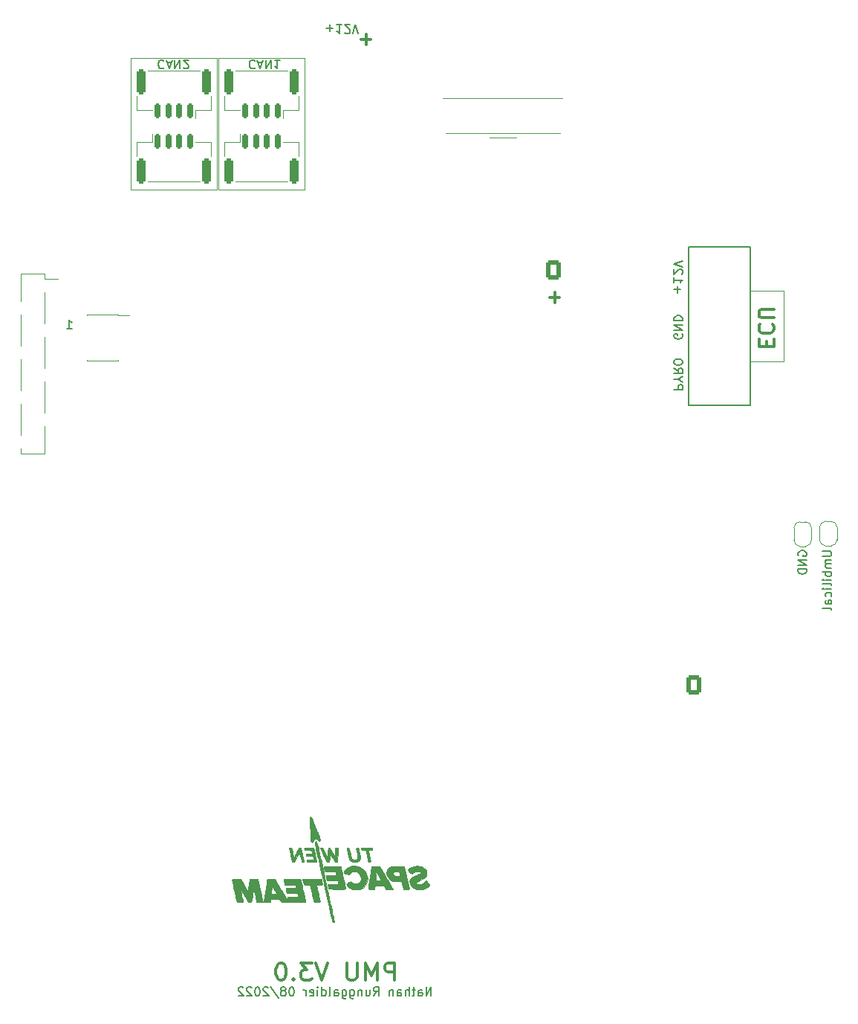
<source format=gbo>
G04 #@! TF.GenerationSoftware,KiCad,Pcbnew,(6.0.0)*
G04 #@! TF.CreationDate,2022-08-29T10:28:43+02:00*
G04 #@! TF.ProjectId,uHoubolt_PCB_PMU,75486f75-626f-46c7-945f-5043425f504d,rev?*
G04 #@! TF.SameCoordinates,Original*
G04 #@! TF.FileFunction,Legend,Bot*
G04 #@! TF.FilePolarity,Positive*
%FSLAX46Y46*%
G04 Gerber Fmt 4.6, Leading zero omitted, Abs format (unit mm)*
G04 Created by KiCad (PCBNEW (6.0.0)) date 2022-08-29 10:28:43*
%MOMM*%
%LPD*%
G01*
G04 APERTURE LIST*
G04 Aperture macros list*
%AMRoundRect*
0 Rectangle with rounded corners*
0 $1 Rounding radius*
0 $2 $3 $4 $5 $6 $7 $8 $9 X,Y pos of 4 corners*
0 Add a 4 corners polygon primitive as box body*
4,1,4,$2,$3,$4,$5,$6,$7,$8,$9,$2,$3,0*
0 Add four circle primitives for the rounded corners*
1,1,$1+$1,$2,$3*
1,1,$1+$1,$4,$5*
1,1,$1+$1,$6,$7*
1,1,$1+$1,$8,$9*
0 Add four rect primitives between the rounded corners*
20,1,$1+$1,$2,$3,$4,$5,0*
20,1,$1+$1,$4,$5,$6,$7,0*
20,1,$1+$1,$6,$7,$8,$9,0*
20,1,$1+$1,$8,$9,$2,$3,0*%
%AMFreePoly0*
4,1,23,0.945671,0.830970,1.026777,0.776777,1.080970,0.695671,1.100000,0.600000,1.100000,-0.600000,1.080970,-0.695671,1.026777,-0.776777,0.945671,-0.830970,0.850000,-0.850000,-0.450000,-0.850000,-0.545671,-0.830970,-0.626777,-0.776777,-0.626779,-0.776774,-1.026777,-0.376777,-1.080970,-0.295671,-1.100000,-0.200000,-1.100000,0.600000,-1.080970,0.695671,-1.026777,0.776777,-0.945671,0.830970,
-0.850000,0.850000,0.850000,0.850000,0.945671,0.830970,0.945671,0.830970,$1*%
%AMFreePoly1*
4,1,22,0.500000,-0.750000,0.000000,-0.750000,0.000000,-0.745033,-0.079941,-0.743568,-0.215256,-0.701293,-0.333266,-0.622738,-0.424486,-0.514219,-0.481581,-0.384460,-0.499164,-0.250000,-0.500000,-0.250000,-0.500000,0.250000,-0.499164,0.250000,-0.499963,0.256109,-0.478152,0.396186,-0.417904,0.524511,-0.324060,0.630769,-0.204165,0.706417,-0.067858,0.745374,0.000000,0.744959,0.000000,0.750000,
0.500000,0.750000,0.500000,-0.750000,0.500000,-0.750000,$1*%
%AMFreePoly2*
4,1,20,0.000000,0.744959,0.073905,0.744508,0.209726,0.703889,0.328688,0.626782,0.421226,0.519385,0.479903,0.390333,0.500000,0.250000,0.500000,-0.250000,0.499851,-0.262216,0.476331,-0.402017,0.414519,-0.529596,0.319384,-0.634700,0.198574,-0.708877,0.061801,-0.746166,0.000000,-0.745033,0.000000,-0.750000,-0.500000,-0.750000,-0.500000,0.750000,0.000000,0.750000,0.000000,0.744959,
0.000000,0.744959,$1*%
G04 Aperture macros list end*
%ADD10C,0.120000*%
%ADD11C,0.200000*%
%ADD12C,0.300000*%
%ADD13C,0.010000*%
%ADD14C,0.150000*%
%ADD15C,1.300000*%
%ADD16RoundRect,0.250000X0.600000X-0.850000X0.600000X0.850000X-0.600000X0.850000X-0.600000X-0.850000X0*%
%ADD17O,1.700000X2.200000*%
%ADD18C,2.000000*%
%ADD19C,2.500000*%
%ADD20C,6.400000*%
%ADD21C,0.800000*%
%ADD22C,3.000000*%
%ADD23FreePoly0,180.000000*%
%ADD24O,2.200000X1.700000*%
%ADD25FreePoly0,90.000000*%
%ADD26RoundRect,0.150000X0.150000X0.700000X-0.150000X0.700000X-0.150000X-0.700000X0.150000X-0.700000X0*%
%ADD27RoundRect,0.250000X0.250000X1.150000X-0.250000X1.150000X-0.250000X-1.150000X0.250000X-1.150000X0*%
%ADD28RoundRect,0.150000X-0.150000X-0.700000X0.150000X-0.700000X0.150000X0.700000X-0.150000X0.700000X0*%
%ADD29RoundRect,0.250000X-0.250000X-1.150000X0.250000X-1.150000X0.250000X1.150000X-0.250000X1.150000X0*%
%ADD30FreePoly1,270.000000*%
%ADD31FreePoly2,270.000000*%
%ADD32R,2.400000X0.740000*%
%ADD33R,2.510000X1.000000*%
%ADD34R,1.270000X2.540000*%
%ADD35R,3.430000X1.650000*%
G04 APERTURE END LIST*
D10*
X117300000Y-60700000D02*
X127100000Y-60700000D01*
X127100000Y-60700000D02*
X127100000Y-45700000D01*
X127100000Y-45700000D02*
X117300000Y-45700000D01*
X117300000Y-45700000D02*
X117300000Y-60700000D01*
X137100000Y-60700000D02*
X127300000Y-60700000D01*
X127300000Y-60700000D02*
X127300000Y-45700000D01*
X127300000Y-45700000D02*
X137100000Y-45700000D01*
X137100000Y-45700000D02*
X137100000Y-60700000D01*
D11*
X139568095Y-42328571D02*
X140330000Y-42328571D01*
X139949047Y-41947619D02*
X139949047Y-42709523D01*
X141330000Y-41947619D02*
X140758571Y-41947619D01*
X141044285Y-41947619D02*
X141044285Y-42947619D01*
X140949047Y-42804761D01*
X140853809Y-42709523D01*
X140758571Y-42661904D01*
X141710952Y-42852380D02*
X141758571Y-42900000D01*
X141853809Y-42947619D01*
X142091904Y-42947619D01*
X142187142Y-42900000D01*
X142234761Y-42852380D01*
X142282380Y-42757142D01*
X142282380Y-42661904D01*
X142234761Y-42519047D01*
X141663333Y-41947619D01*
X142282380Y-41947619D01*
X142568095Y-42947619D02*
X142901428Y-41947619D01*
X143234761Y-42947619D01*
X110004495Y-76576180D02*
X110575923Y-76576180D01*
X110290209Y-76576180D02*
X110290209Y-75576180D01*
X110385447Y-75719038D01*
X110480685Y-75814276D01*
X110575923Y-75861895D01*
X151531904Y-152502380D02*
X151531904Y-151502380D01*
X150960476Y-152502380D01*
X150960476Y-151502380D01*
X150055714Y-152502380D02*
X150055714Y-151978571D01*
X150103333Y-151883333D01*
X150198571Y-151835714D01*
X150389047Y-151835714D01*
X150484285Y-151883333D01*
X150055714Y-152454761D02*
X150150952Y-152502380D01*
X150389047Y-152502380D01*
X150484285Y-152454761D01*
X150531904Y-152359523D01*
X150531904Y-152264285D01*
X150484285Y-152169047D01*
X150389047Y-152121428D01*
X150150952Y-152121428D01*
X150055714Y-152073809D01*
X149722380Y-151835714D02*
X149341428Y-151835714D01*
X149579523Y-151502380D02*
X149579523Y-152359523D01*
X149531904Y-152454761D01*
X149436666Y-152502380D01*
X149341428Y-152502380D01*
X149008095Y-152502380D02*
X149008095Y-151502380D01*
X148579523Y-152502380D02*
X148579523Y-151978571D01*
X148627142Y-151883333D01*
X148722380Y-151835714D01*
X148865238Y-151835714D01*
X148960476Y-151883333D01*
X149008095Y-151930952D01*
X147674761Y-152502380D02*
X147674761Y-151978571D01*
X147722380Y-151883333D01*
X147817619Y-151835714D01*
X148008095Y-151835714D01*
X148103333Y-151883333D01*
X147674761Y-152454761D02*
X147770000Y-152502380D01*
X148008095Y-152502380D01*
X148103333Y-152454761D01*
X148150952Y-152359523D01*
X148150952Y-152264285D01*
X148103333Y-152169047D01*
X148008095Y-152121428D01*
X147770000Y-152121428D01*
X147674761Y-152073809D01*
X147198571Y-151835714D02*
X147198571Y-152502380D01*
X147198571Y-151930952D02*
X147150952Y-151883333D01*
X147055714Y-151835714D01*
X146912857Y-151835714D01*
X146817619Y-151883333D01*
X146770000Y-151978571D01*
X146770000Y-152502380D01*
X144960476Y-152502380D02*
X145293809Y-152026190D01*
X145531904Y-152502380D02*
X145531904Y-151502380D01*
X145150952Y-151502380D01*
X145055714Y-151550000D01*
X145008095Y-151597619D01*
X144960476Y-151692857D01*
X144960476Y-151835714D01*
X145008095Y-151930952D01*
X145055714Y-151978571D01*
X145150952Y-152026190D01*
X145531904Y-152026190D01*
X144103333Y-151835714D02*
X144103333Y-152502380D01*
X144531904Y-151835714D02*
X144531904Y-152359523D01*
X144484285Y-152454761D01*
X144389047Y-152502380D01*
X144246190Y-152502380D01*
X144150952Y-152454761D01*
X144103333Y-152407142D01*
X143627142Y-151835714D02*
X143627142Y-152502380D01*
X143627142Y-151930952D02*
X143579523Y-151883333D01*
X143484285Y-151835714D01*
X143341428Y-151835714D01*
X143246190Y-151883333D01*
X143198571Y-151978571D01*
X143198571Y-152502380D01*
X142293809Y-151835714D02*
X142293809Y-152645238D01*
X142341428Y-152740476D01*
X142389047Y-152788095D01*
X142484285Y-152835714D01*
X142627142Y-152835714D01*
X142722380Y-152788095D01*
X142293809Y-152454761D02*
X142389047Y-152502380D01*
X142579523Y-152502380D01*
X142674761Y-152454761D01*
X142722380Y-152407142D01*
X142770000Y-152311904D01*
X142770000Y-152026190D01*
X142722380Y-151930952D01*
X142674761Y-151883333D01*
X142579523Y-151835714D01*
X142389047Y-151835714D01*
X142293809Y-151883333D01*
X141389047Y-151835714D02*
X141389047Y-152645238D01*
X141436666Y-152740476D01*
X141484285Y-152788095D01*
X141579523Y-152835714D01*
X141722380Y-152835714D01*
X141817619Y-152788095D01*
X141389047Y-152454761D02*
X141484285Y-152502380D01*
X141674761Y-152502380D01*
X141770000Y-152454761D01*
X141817619Y-152407142D01*
X141865238Y-152311904D01*
X141865238Y-152026190D01*
X141817619Y-151930952D01*
X141770000Y-151883333D01*
X141674761Y-151835714D01*
X141484285Y-151835714D01*
X141389047Y-151883333D01*
X140484285Y-152502380D02*
X140484285Y-151978571D01*
X140531904Y-151883333D01*
X140627142Y-151835714D01*
X140817619Y-151835714D01*
X140912857Y-151883333D01*
X140484285Y-152454761D02*
X140579523Y-152502380D01*
X140817619Y-152502380D01*
X140912857Y-152454761D01*
X140960476Y-152359523D01*
X140960476Y-152264285D01*
X140912857Y-152169047D01*
X140817619Y-152121428D01*
X140579523Y-152121428D01*
X140484285Y-152073809D01*
X139865238Y-152502380D02*
X139960476Y-152454761D01*
X140008095Y-152359523D01*
X140008095Y-151502380D01*
X139055714Y-152502380D02*
X139055714Y-151502380D01*
X139055714Y-152454761D02*
X139150952Y-152502380D01*
X139341428Y-152502380D01*
X139436666Y-152454761D01*
X139484285Y-152407142D01*
X139531904Y-152311904D01*
X139531904Y-152026190D01*
X139484285Y-151930952D01*
X139436666Y-151883333D01*
X139341428Y-151835714D01*
X139150952Y-151835714D01*
X139055714Y-151883333D01*
X138579523Y-152502380D02*
X138579523Y-151835714D01*
X138579523Y-151502380D02*
X138627142Y-151550000D01*
X138579523Y-151597619D01*
X138531904Y-151550000D01*
X138579523Y-151502380D01*
X138579523Y-151597619D01*
X137722380Y-152454761D02*
X137817619Y-152502380D01*
X138008095Y-152502380D01*
X138103333Y-152454761D01*
X138150952Y-152359523D01*
X138150952Y-151978571D01*
X138103333Y-151883333D01*
X138008095Y-151835714D01*
X137817619Y-151835714D01*
X137722380Y-151883333D01*
X137674761Y-151978571D01*
X137674761Y-152073809D01*
X138150952Y-152169047D01*
X137246190Y-152502380D02*
X137246190Y-151835714D01*
X137246190Y-152026190D02*
X137198571Y-151930952D01*
X137150952Y-151883333D01*
X137055714Y-151835714D01*
X136960476Y-151835714D01*
X135674761Y-151502380D02*
X135579523Y-151502380D01*
X135484285Y-151550000D01*
X135436666Y-151597619D01*
X135389047Y-151692857D01*
X135341428Y-151883333D01*
X135341428Y-152121428D01*
X135389047Y-152311904D01*
X135436666Y-152407142D01*
X135484285Y-152454761D01*
X135579523Y-152502380D01*
X135674761Y-152502380D01*
X135770000Y-152454761D01*
X135817619Y-152407142D01*
X135865238Y-152311904D01*
X135912857Y-152121428D01*
X135912857Y-151883333D01*
X135865238Y-151692857D01*
X135817619Y-151597619D01*
X135770000Y-151550000D01*
X135674761Y-151502380D01*
X134770000Y-151930952D02*
X134865238Y-151883333D01*
X134912857Y-151835714D01*
X134960476Y-151740476D01*
X134960476Y-151692857D01*
X134912857Y-151597619D01*
X134865238Y-151550000D01*
X134770000Y-151502380D01*
X134579523Y-151502380D01*
X134484285Y-151550000D01*
X134436666Y-151597619D01*
X134389047Y-151692857D01*
X134389047Y-151740476D01*
X134436666Y-151835714D01*
X134484285Y-151883333D01*
X134579523Y-151930952D01*
X134770000Y-151930952D01*
X134865238Y-151978571D01*
X134912857Y-152026190D01*
X134960476Y-152121428D01*
X134960476Y-152311904D01*
X134912857Y-152407142D01*
X134865238Y-152454761D01*
X134770000Y-152502380D01*
X134579523Y-152502380D01*
X134484285Y-152454761D01*
X134436666Y-152407142D01*
X134389047Y-152311904D01*
X134389047Y-152121428D01*
X134436666Y-152026190D01*
X134484285Y-151978571D01*
X134579523Y-151930952D01*
X133246190Y-151454761D02*
X134103333Y-152740476D01*
X132960476Y-151597619D02*
X132912857Y-151550000D01*
X132817619Y-151502380D01*
X132579523Y-151502380D01*
X132484285Y-151550000D01*
X132436666Y-151597619D01*
X132389047Y-151692857D01*
X132389047Y-151788095D01*
X132436666Y-151930952D01*
X133008095Y-152502380D01*
X132389047Y-152502380D01*
X131770000Y-151502380D02*
X131674761Y-151502380D01*
X131579523Y-151550000D01*
X131531904Y-151597619D01*
X131484285Y-151692857D01*
X131436666Y-151883333D01*
X131436666Y-152121428D01*
X131484285Y-152311904D01*
X131531904Y-152407142D01*
X131579523Y-152454761D01*
X131674761Y-152502380D01*
X131770000Y-152502380D01*
X131865238Y-152454761D01*
X131912857Y-152407142D01*
X131960476Y-152311904D01*
X132008095Y-152121428D01*
X132008095Y-151883333D01*
X131960476Y-151692857D01*
X131912857Y-151597619D01*
X131865238Y-151550000D01*
X131770000Y-151502380D01*
X131055714Y-151597619D02*
X131008095Y-151550000D01*
X130912857Y-151502380D01*
X130674761Y-151502380D01*
X130579523Y-151550000D01*
X130531904Y-151597619D01*
X130484285Y-151692857D01*
X130484285Y-151788095D01*
X130531904Y-151930952D01*
X131103333Y-152502380D01*
X130484285Y-152502380D01*
X130103333Y-151597619D02*
X130055714Y-151550000D01*
X129960476Y-151502380D01*
X129722380Y-151502380D01*
X129627142Y-151550000D01*
X129579523Y-151597619D01*
X129531904Y-151692857D01*
X129531904Y-151788095D01*
X129579523Y-151930952D01*
X130150952Y-152502380D01*
X129531904Y-152502380D01*
X193375000Y-102391904D02*
X193327380Y-102296666D01*
X193327380Y-102153809D01*
X193375000Y-102010952D01*
X193470238Y-101915714D01*
X193565476Y-101868095D01*
X193755952Y-101820476D01*
X193898809Y-101820476D01*
X194089285Y-101868095D01*
X194184523Y-101915714D01*
X194279761Y-102010952D01*
X194327380Y-102153809D01*
X194327380Y-102249047D01*
X194279761Y-102391904D01*
X194232142Y-102439523D01*
X193898809Y-102439523D01*
X193898809Y-102249047D01*
X194327380Y-102868095D02*
X193327380Y-102868095D01*
X194327380Y-103439523D01*
X193327380Y-103439523D01*
X194327380Y-103915714D02*
X193327380Y-103915714D01*
X193327380Y-104153809D01*
X193375000Y-104296666D01*
X193470238Y-104391904D01*
X193565476Y-104439523D01*
X193755952Y-104487142D01*
X193898809Y-104487142D01*
X194089285Y-104439523D01*
X194184523Y-104391904D01*
X194279761Y-104296666D01*
X194327380Y-104153809D01*
X194327380Y-103915714D01*
X121039523Y-46042857D02*
X120991904Y-45995238D01*
X120849047Y-45947619D01*
X120753809Y-45947619D01*
X120610952Y-45995238D01*
X120515714Y-46090476D01*
X120468095Y-46185714D01*
X120420476Y-46376190D01*
X120420476Y-46519047D01*
X120468095Y-46709523D01*
X120515714Y-46804761D01*
X120610952Y-46900000D01*
X120753809Y-46947619D01*
X120849047Y-46947619D01*
X120991904Y-46900000D01*
X121039523Y-46852380D01*
X121420476Y-46233333D02*
X121896666Y-46233333D01*
X121325238Y-45947619D02*
X121658571Y-46947619D01*
X121991904Y-45947619D01*
X122325238Y-45947619D02*
X122325238Y-46947619D01*
X122896666Y-45947619D01*
X122896666Y-46947619D01*
X123325238Y-46852380D02*
X123372857Y-46900000D01*
X123468095Y-46947619D01*
X123706190Y-46947619D01*
X123801428Y-46900000D01*
X123849047Y-46852380D01*
X123896666Y-46757142D01*
X123896666Y-46661904D01*
X123849047Y-46519047D01*
X123277619Y-45947619D01*
X123896666Y-45947619D01*
X179578571Y-72481904D02*
X179578571Y-71720000D01*
X179197619Y-72100952D02*
X179959523Y-72100952D01*
X179197619Y-70720000D02*
X179197619Y-71291428D01*
X179197619Y-71005714D02*
X180197619Y-71005714D01*
X180054761Y-71100952D01*
X179959523Y-71196190D01*
X179911904Y-71291428D01*
X180102380Y-70339047D02*
X180150000Y-70291428D01*
X180197619Y-70196190D01*
X180197619Y-69958095D01*
X180150000Y-69862857D01*
X180102380Y-69815238D01*
X180007142Y-69767619D01*
X179911904Y-69767619D01*
X179769047Y-69815238D01*
X179197619Y-70386666D01*
X179197619Y-69767619D01*
X180197619Y-69481904D02*
X179197619Y-69148571D01*
X180197619Y-68815238D01*
D12*
X147364285Y-150754761D02*
X147364285Y-148754761D01*
X146602380Y-148754761D01*
X146411904Y-148850000D01*
X146316666Y-148945238D01*
X146221428Y-149135714D01*
X146221428Y-149421428D01*
X146316666Y-149611904D01*
X146411904Y-149707142D01*
X146602380Y-149802380D01*
X147364285Y-149802380D01*
X145364285Y-150754761D02*
X145364285Y-148754761D01*
X144697619Y-150183333D01*
X144030952Y-148754761D01*
X144030952Y-150754761D01*
X143078571Y-148754761D02*
X143078571Y-150373809D01*
X142983333Y-150564285D01*
X142888095Y-150659523D01*
X142697619Y-150754761D01*
X142316666Y-150754761D01*
X142126190Y-150659523D01*
X142030952Y-150564285D01*
X141935714Y-150373809D01*
X141935714Y-148754761D01*
X139745238Y-148754761D02*
X139078571Y-150754761D01*
X138411904Y-148754761D01*
X137935714Y-148754761D02*
X136697619Y-148754761D01*
X137364285Y-149516666D01*
X137078571Y-149516666D01*
X136888095Y-149611904D01*
X136792857Y-149707142D01*
X136697619Y-149897619D01*
X136697619Y-150373809D01*
X136792857Y-150564285D01*
X136888095Y-150659523D01*
X137078571Y-150754761D01*
X137650000Y-150754761D01*
X137840476Y-150659523D01*
X137935714Y-150564285D01*
X135840476Y-150564285D02*
X135745238Y-150659523D01*
X135840476Y-150754761D01*
X135935714Y-150659523D01*
X135840476Y-150564285D01*
X135840476Y-150754761D01*
X134507142Y-148754761D02*
X134316666Y-148754761D01*
X134126190Y-148850000D01*
X134030952Y-148945238D01*
X133935714Y-149135714D01*
X133840476Y-149516666D01*
X133840476Y-149992857D01*
X133935714Y-150373809D01*
X134030952Y-150564285D01*
X134126190Y-150659523D01*
X134316666Y-150754761D01*
X134507142Y-150754761D01*
X134697619Y-150659523D01*
X134792857Y-150564285D01*
X134888095Y-150373809D01*
X134983333Y-149992857D01*
X134983333Y-149516666D01*
X134888095Y-149135714D01*
X134792857Y-148945238D01*
X134697619Y-148850000D01*
X134507142Y-148754761D01*
D11*
X180150000Y-77158095D02*
X180197619Y-77253333D01*
X180197619Y-77396190D01*
X180150000Y-77539047D01*
X180054761Y-77634285D01*
X179959523Y-77681904D01*
X179769047Y-77729523D01*
X179626190Y-77729523D01*
X179435714Y-77681904D01*
X179340476Y-77634285D01*
X179245238Y-77539047D01*
X179197619Y-77396190D01*
X179197619Y-77300952D01*
X179245238Y-77158095D01*
X179292857Y-77110476D01*
X179626190Y-77110476D01*
X179626190Y-77300952D01*
X179197619Y-76681904D02*
X180197619Y-76681904D01*
X179197619Y-76110476D01*
X180197619Y-76110476D01*
X179197619Y-75634285D02*
X180197619Y-75634285D01*
X180197619Y-75396190D01*
X180150000Y-75253333D01*
X180054761Y-75158095D01*
X179959523Y-75110476D01*
X179769047Y-75062857D01*
X179626190Y-75062857D01*
X179435714Y-75110476D01*
X179340476Y-75158095D01*
X179245238Y-75253333D01*
X179197619Y-75396190D01*
X179197619Y-75634285D01*
D12*
X165607142Y-72428571D02*
X165607142Y-73571428D01*
X166178571Y-73000000D02*
X165035714Y-73000000D01*
X189771428Y-78554761D02*
X189771428Y-77988095D01*
X188880952Y-77745238D02*
X188880952Y-78554761D01*
X190580952Y-78554761D01*
X190580952Y-77745238D01*
X189042857Y-76045238D02*
X188961904Y-76126190D01*
X188880952Y-76369047D01*
X188880952Y-76530952D01*
X188961904Y-76773809D01*
X189123809Y-76935714D01*
X189285714Y-77016666D01*
X189609523Y-77097619D01*
X189852380Y-77097619D01*
X190176190Y-77016666D01*
X190338095Y-76935714D01*
X190500000Y-76773809D01*
X190580952Y-76530952D01*
X190580952Y-76369047D01*
X190500000Y-76126190D01*
X190419047Y-76045238D01*
X190580952Y-75316666D02*
X189204761Y-75316666D01*
X189042857Y-75235714D01*
X188961904Y-75154761D01*
X188880952Y-74992857D01*
X188880952Y-74669047D01*
X188961904Y-74507142D01*
X189042857Y-74426190D01*
X189204761Y-74345238D01*
X190580952Y-74345238D01*
D11*
X179197619Y-83481904D02*
X180197619Y-83481904D01*
X180197619Y-83100952D01*
X180150000Y-83005714D01*
X180102380Y-82958095D01*
X180007142Y-82910476D01*
X179864285Y-82910476D01*
X179769047Y-82958095D01*
X179721428Y-83005714D01*
X179673809Y-83100952D01*
X179673809Y-83481904D01*
X179673809Y-82291428D02*
X179197619Y-82291428D01*
X180197619Y-82624761D02*
X179673809Y-82291428D01*
X180197619Y-81958095D01*
X179197619Y-81053333D02*
X179673809Y-81386666D01*
X179197619Y-81624761D02*
X180197619Y-81624761D01*
X180197619Y-81243809D01*
X180150000Y-81148571D01*
X180102380Y-81100952D01*
X180007142Y-81053333D01*
X179864285Y-81053333D01*
X179769047Y-81100952D01*
X179721428Y-81148571D01*
X179673809Y-81243809D01*
X179673809Y-81624761D01*
X180197619Y-80434285D02*
X180197619Y-80243809D01*
X180150000Y-80148571D01*
X180054761Y-80053333D01*
X179864285Y-80005714D01*
X179530952Y-80005714D01*
X179340476Y-80053333D01*
X179245238Y-80148571D01*
X179197619Y-80243809D01*
X179197619Y-80434285D01*
X179245238Y-80529523D01*
X179340476Y-80624761D01*
X179530952Y-80672380D01*
X179864285Y-80672380D01*
X180054761Y-80624761D01*
X180150000Y-80529523D01*
X180197619Y-80434285D01*
X196152380Y-101868095D02*
X196961904Y-101868095D01*
X197057142Y-101915714D01*
X197104761Y-101963333D01*
X197152380Y-102058571D01*
X197152380Y-102249047D01*
X197104761Y-102344285D01*
X197057142Y-102391904D01*
X196961904Y-102439523D01*
X196152380Y-102439523D01*
X197152380Y-102915714D02*
X196485714Y-102915714D01*
X196580952Y-102915714D02*
X196533333Y-102963333D01*
X196485714Y-103058571D01*
X196485714Y-103201428D01*
X196533333Y-103296666D01*
X196628571Y-103344285D01*
X197152380Y-103344285D01*
X196628571Y-103344285D02*
X196533333Y-103391904D01*
X196485714Y-103487142D01*
X196485714Y-103630000D01*
X196533333Y-103725238D01*
X196628571Y-103772857D01*
X197152380Y-103772857D01*
X197152380Y-104249047D02*
X196152380Y-104249047D01*
X196533333Y-104249047D02*
X196485714Y-104344285D01*
X196485714Y-104534761D01*
X196533333Y-104630000D01*
X196580952Y-104677619D01*
X196676190Y-104725238D01*
X196961904Y-104725238D01*
X197057142Y-104677619D01*
X197104761Y-104630000D01*
X197152380Y-104534761D01*
X197152380Y-104344285D01*
X197104761Y-104249047D01*
X197152380Y-105153809D02*
X196485714Y-105153809D01*
X196152380Y-105153809D02*
X196200000Y-105106190D01*
X196247619Y-105153809D01*
X196200000Y-105201428D01*
X196152380Y-105153809D01*
X196247619Y-105153809D01*
X197152380Y-105772857D02*
X197104761Y-105677619D01*
X197009523Y-105630000D01*
X196152380Y-105630000D01*
X197152380Y-106153809D02*
X196485714Y-106153809D01*
X196152380Y-106153809D02*
X196200000Y-106106190D01*
X196247619Y-106153809D01*
X196200000Y-106201428D01*
X196152380Y-106153809D01*
X196247619Y-106153809D01*
X197104761Y-107058571D02*
X197152380Y-106963333D01*
X197152380Y-106772857D01*
X197104761Y-106677619D01*
X197057142Y-106630000D01*
X196961904Y-106582380D01*
X196676190Y-106582380D01*
X196580952Y-106630000D01*
X196533333Y-106677619D01*
X196485714Y-106772857D01*
X196485714Y-106963333D01*
X196533333Y-107058571D01*
X197152380Y-107915714D02*
X196628571Y-107915714D01*
X196533333Y-107868095D01*
X196485714Y-107772857D01*
X196485714Y-107582380D01*
X196533333Y-107487142D01*
X197104761Y-107915714D02*
X197152380Y-107820476D01*
X197152380Y-107582380D01*
X197104761Y-107487142D01*
X197009523Y-107439523D01*
X196914285Y-107439523D01*
X196819047Y-107487142D01*
X196771428Y-107582380D01*
X196771428Y-107820476D01*
X196723809Y-107915714D01*
X197152380Y-108534761D02*
X197104761Y-108439523D01*
X197009523Y-108391904D01*
X196152380Y-108391904D01*
X131439523Y-46042857D02*
X131391904Y-45995238D01*
X131249047Y-45947619D01*
X131153809Y-45947619D01*
X131010952Y-45995238D01*
X130915714Y-46090476D01*
X130868095Y-46185714D01*
X130820476Y-46376190D01*
X130820476Y-46519047D01*
X130868095Y-46709523D01*
X130915714Y-46804761D01*
X131010952Y-46900000D01*
X131153809Y-46947619D01*
X131249047Y-46947619D01*
X131391904Y-46900000D01*
X131439523Y-46852380D01*
X131820476Y-46233333D02*
X132296666Y-46233333D01*
X131725238Y-45947619D02*
X132058571Y-46947619D01*
X132391904Y-45947619D01*
X132725238Y-45947619D02*
X132725238Y-46947619D01*
X133296666Y-45947619D01*
X133296666Y-46947619D01*
X134296666Y-45947619D02*
X133725238Y-45947619D01*
X134010952Y-45947619D02*
X134010952Y-46947619D01*
X133915714Y-46804761D01*
X133820476Y-46709523D01*
X133725238Y-46661904D01*
D12*
X144092857Y-43028571D02*
X144092857Y-44171428D01*
X143521428Y-43600000D02*
X144664285Y-43600000D01*
D13*
X139909410Y-137731017D02*
X139667653Y-137733071D01*
X139667653Y-137733071D02*
X139495843Y-137737665D01*
X139495843Y-137737665D02*
X139382772Y-137745757D01*
X139382772Y-137745757D02*
X139317232Y-137758303D01*
X139317232Y-137758303D02*
X139288017Y-137776263D01*
X139288017Y-137776263D02*
X139283919Y-137800593D01*
X139283919Y-137800593D02*
X139286513Y-137811364D01*
X139286513Y-137811364D02*
X139313756Y-137915704D01*
X139313756Y-137915704D02*
X139340099Y-138030727D01*
X139340099Y-138030727D02*
X139364943Y-138150662D01*
X139364943Y-138150662D02*
X139389834Y-138233649D01*
X139389834Y-138233649D02*
X139430390Y-138286447D01*
X139430390Y-138286447D02*
X139502233Y-138315814D01*
X139502233Y-138315814D02*
X139620983Y-138328510D01*
X139620983Y-138328510D02*
X139802261Y-138331293D01*
X139802261Y-138331293D02*
X140033839Y-138330909D01*
X140033839Y-138330909D02*
X140292599Y-138332712D01*
X140292599Y-138332712D02*
X140471525Y-138338971D01*
X140471525Y-138338971D02*
X140583093Y-138350965D01*
X140583093Y-138350965D02*
X140639778Y-138369969D01*
X140639778Y-138369969D02*
X140654182Y-138394409D01*
X140654182Y-138394409D02*
X140662864Y-138483111D01*
X140662864Y-138483111D02*
X140683045Y-138602227D01*
X140683045Y-138602227D02*
X140711909Y-138746545D01*
X140711909Y-138746545D02*
X140128863Y-138746545D01*
X140128863Y-138746545D02*
X139909012Y-138749402D01*
X139909012Y-138749402D02*
X139727081Y-138757205D01*
X139727081Y-138757205D02*
X139600470Y-138768806D01*
X139600470Y-138768806D02*
X139546576Y-138783058D01*
X139546576Y-138783058D02*
X139545818Y-138785025D01*
X139545818Y-138785025D02*
X139554320Y-138848281D01*
X139554320Y-138848281D02*
X139576287Y-138971633D01*
X139576287Y-138971633D02*
X139598375Y-139085207D01*
X139598375Y-139085207D02*
X139650933Y-139346909D01*
X139650933Y-139346909D02*
X140242195Y-139346909D01*
X140242195Y-139346909D02*
X140465929Y-139349464D01*
X140465929Y-139349464D02*
X140654040Y-139356446D01*
X140654040Y-139356446D02*
X140788470Y-139366831D01*
X140788470Y-139366831D02*
X140851167Y-139379597D01*
X140851167Y-139379597D02*
X140853209Y-139381545D01*
X140853209Y-139381545D02*
X140873684Y-139446242D01*
X140873684Y-139446242D02*
X140899085Y-139561884D01*
X140899085Y-139561884D02*
X140904209Y-139589364D01*
X140904209Y-139589364D02*
X140935458Y-139762545D01*
X140935458Y-139762545D02*
X139726360Y-139762545D01*
X139726360Y-139762545D02*
X139758739Y-139935727D01*
X139758739Y-139935727D02*
X139789124Y-140085024D01*
X139789124Y-140085024D02*
X139819554Y-140215604D01*
X139819554Y-140215604D02*
X139821850Y-140224364D01*
X139821850Y-140224364D02*
X139852583Y-140339818D01*
X139852583Y-140339818D02*
X140807564Y-140352300D01*
X140807564Y-140352300D02*
X141132606Y-140355727D01*
X141132606Y-140355727D02*
X141376340Y-140355927D01*
X141376340Y-140355927D02*
X141549787Y-140352266D01*
X141549787Y-140352266D02*
X141663968Y-140344108D01*
X141663968Y-140344108D02*
X141729901Y-140330818D01*
X141729901Y-140330818D02*
X141758606Y-140311761D01*
X141758606Y-140311761D02*
X141762545Y-140297261D01*
X141762545Y-140297261D02*
X141753063Y-140237985D01*
X141753063Y-140237985D02*
X141726713Y-140103157D01*
X141726713Y-140103157D02*
X141686646Y-139907393D01*
X141686646Y-139907393D02*
X141636009Y-139665311D01*
X141636009Y-139665311D02*
X141577952Y-139391527D01*
X141577952Y-139391527D02*
X141515621Y-139100659D01*
X141515621Y-139100659D02*
X141452167Y-138807323D01*
X141452167Y-138807323D02*
X141390737Y-138526136D01*
X141390737Y-138526136D02*
X141334480Y-138271714D01*
X141334480Y-138271714D02*
X141286545Y-138058676D01*
X141286545Y-138058676D02*
X141250079Y-137901636D01*
X141250079Y-137901636D02*
X141228232Y-137815214D01*
X141228232Y-137815214D02*
X141227079Y-137811364D01*
X141227079Y-137811364D02*
X141211796Y-137784327D01*
X141211796Y-137784327D02*
X141177056Y-137764051D01*
X141177056Y-137764051D02*
X141111073Y-137749578D01*
X141111073Y-137749578D02*
X141002060Y-137739950D01*
X141002060Y-137739950D02*
X140838229Y-137734209D01*
X140838229Y-137734209D02*
X140607793Y-137731399D01*
X140607793Y-137731399D02*
X140298964Y-137730561D01*
X140298964Y-137730561D02*
X140232321Y-137730545D01*
X140232321Y-137730545D02*
X139909410Y-137731017D01*
X139909410Y-137731017D02*
X139909410Y-137731017D01*
G36*
X140298964Y-137730561D02*
G01*
X140607793Y-137731399D01*
X140838229Y-137734209D01*
X141002060Y-137739950D01*
X141111073Y-137749578D01*
X141177056Y-137764051D01*
X141211796Y-137784327D01*
X141227079Y-137811364D01*
X141228232Y-137815214D01*
X141250079Y-137901636D01*
X141286545Y-138058676D01*
X141334480Y-138271714D01*
X141390737Y-138526136D01*
X141452167Y-138807323D01*
X141515621Y-139100659D01*
X141577952Y-139391527D01*
X141636009Y-139665311D01*
X141686646Y-139907393D01*
X141726713Y-140103157D01*
X141753063Y-140237985D01*
X141762545Y-140297261D01*
X141758606Y-140311761D01*
X141729901Y-140330818D01*
X141663968Y-140344108D01*
X141549787Y-140352266D01*
X141376340Y-140355927D01*
X141132606Y-140355727D01*
X140807564Y-140352300D01*
X139852583Y-140339818D01*
X139821850Y-140224364D01*
X139819554Y-140215604D01*
X139789124Y-140085024D01*
X139758739Y-139935727D01*
X139726360Y-139762545D01*
X140935458Y-139762545D01*
X140904209Y-139589364D01*
X140899085Y-139561884D01*
X140873684Y-139446242D01*
X140853209Y-139381545D01*
X140851167Y-139379597D01*
X140788470Y-139366831D01*
X140654040Y-139356446D01*
X140465929Y-139349464D01*
X140242195Y-139346909D01*
X139650933Y-139346909D01*
X139598375Y-139085207D01*
X139576287Y-138971633D01*
X139554320Y-138848281D01*
X139545818Y-138785025D01*
X139546576Y-138783058D01*
X139600470Y-138768806D01*
X139727081Y-138757205D01*
X139909012Y-138749402D01*
X140128863Y-138746545D01*
X140711909Y-138746545D01*
X140683045Y-138602227D01*
X140662864Y-138483111D01*
X140654182Y-138394409D01*
X140639778Y-138369969D01*
X140583093Y-138350965D01*
X140471525Y-138338971D01*
X140292599Y-138332712D01*
X140033839Y-138330909D01*
X139802261Y-138331293D01*
X139620983Y-138328510D01*
X139502233Y-138315814D01*
X139430390Y-138286447D01*
X139389834Y-138233649D01*
X139364943Y-138150662D01*
X139340099Y-138030727D01*
X139313756Y-137915704D01*
X139286513Y-137811364D01*
X139283919Y-137800593D01*
X139288017Y-137776263D01*
X139317232Y-137758303D01*
X139382772Y-137745757D01*
X139495843Y-137737665D01*
X139667653Y-137733071D01*
X139909410Y-137731017D01*
X140232321Y-137730545D01*
X140298964Y-137730561D01*
G37*
X140298964Y-137730561D02*
X140607793Y-137731399D01*
X140838229Y-137734209D01*
X141002060Y-137739950D01*
X141111073Y-137749578D01*
X141177056Y-137764051D01*
X141211796Y-137784327D01*
X141227079Y-137811364D01*
X141228232Y-137815214D01*
X141250079Y-137901636D01*
X141286545Y-138058676D01*
X141334480Y-138271714D01*
X141390737Y-138526136D01*
X141452167Y-138807323D01*
X141515621Y-139100659D01*
X141577952Y-139391527D01*
X141636009Y-139665311D01*
X141686646Y-139907393D01*
X141726713Y-140103157D01*
X141753063Y-140237985D01*
X141762545Y-140297261D01*
X141758606Y-140311761D01*
X141729901Y-140330818D01*
X141663968Y-140344108D01*
X141549787Y-140352266D01*
X141376340Y-140355927D01*
X141132606Y-140355727D01*
X140807564Y-140352300D01*
X139852583Y-140339818D01*
X139821850Y-140224364D01*
X139819554Y-140215604D01*
X139789124Y-140085024D01*
X139758739Y-139935727D01*
X139726360Y-139762545D01*
X140935458Y-139762545D01*
X140904209Y-139589364D01*
X140899085Y-139561884D01*
X140873684Y-139446242D01*
X140853209Y-139381545D01*
X140851167Y-139379597D01*
X140788470Y-139366831D01*
X140654040Y-139356446D01*
X140465929Y-139349464D01*
X140242195Y-139346909D01*
X139650933Y-139346909D01*
X139598375Y-139085207D01*
X139576287Y-138971633D01*
X139554320Y-138848281D01*
X139545818Y-138785025D01*
X139546576Y-138783058D01*
X139600470Y-138768806D01*
X139727081Y-138757205D01*
X139909012Y-138749402D01*
X140128863Y-138746545D01*
X140711909Y-138746545D01*
X140683045Y-138602227D01*
X140662864Y-138483111D01*
X140654182Y-138394409D01*
X140639778Y-138369969D01*
X140583093Y-138350965D01*
X140471525Y-138338971D01*
X140292599Y-138332712D01*
X140033839Y-138330909D01*
X139802261Y-138331293D01*
X139620983Y-138328510D01*
X139502233Y-138315814D01*
X139430390Y-138286447D01*
X139389834Y-138233649D01*
X139364943Y-138150662D01*
X139340099Y-138030727D01*
X139313756Y-137915704D01*
X139286513Y-137811364D01*
X139283919Y-137800593D01*
X139288017Y-137776263D01*
X139317232Y-137758303D01*
X139382772Y-137745757D01*
X139495843Y-137737665D01*
X139667653Y-137733071D01*
X139909410Y-137731017D01*
X140232321Y-137730545D01*
X140298964Y-137730561D01*
X149626562Y-137740201D02*
X149332334Y-137834467D01*
X149332334Y-137834467D02*
X149091176Y-137965213D01*
X149091176Y-137965213D02*
X148973295Y-138048423D01*
X148973295Y-138048423D02*
X148895358Y-138113283D01*
X148895358Y-138113283D02*
X148876320Y-138138988D01*
X148876320Y-138138988D02*
X148905632Y-138186484D01*
X148905632Y-138186484D02*
X148980662Y-138281514D01*
X148980662Y-138281514D02*
X149082269Y-138400182D01*
X149082269Y-138400182D02*
X149195124Y-138522512D01*
X149195124Y-138522512D02*
X149269164Y-138583732D01*
X149269164Y-138583732D02*
X149323053Y-138595033D01*
X149323053Y-138595033D02*
X149369131Y-138572213D01*
X149369131Y-138572213D02*
X149577281Y-138449381D01*
X149577281Y-138449381D02*
X149790543Y-138366841D01*
X149790543Y-138366841D02*
X149988634Y-138328800D01*
X149988634Y-138328800D02*
X150151266Y-138339460D01*
X150151266Y-138339460D02*
X150246813Y-138390294D01*
X150246813Y-138390294D02*
X150287931Y-138450528D01*
X150287931Y-138450528D02*
X150277976Y-138508637D01*
X150277976Y-138508637D02*
X150208222Y-138571965D01*
X150208222Y-138571965D02*
X150069941Y-138647856D01*
X150069941Y-138647856D02*
X149854407Y-138743652D01*
X149854407Y-138743652D02*
X149799793Y-138766456D01*
X149799793Y-138766456D02*
X149491550Y-138915844D01*
X149491550Y-138915844D02*
X149271215Y-139074821D01*
X149271215Y-139074821D02*
X149134404Y-139249373D01*
X149134404Y-139249373D02*
X149076734Y-139445485D01*
X149076734Y-139445485D02*
X149093818Y-139669144D01*
X149093818Y-139669144D02*
X149105070Y-139714935D01*
X149105070Y-139714935D02*
X149214758Y-139954624D01*
X149214758Y-139954624D02*
X149395286Y-140147672D01*
X149395286Y-140147672D02*
X149634871Y-140288719D01*
X149634871Y-140288719D02*
X149921728Y-140372408D01*
X149921728Y-140372408D02*
X150244073Y-140393381D01*
X150244073Y-140393381D02*
X150524636Y-140360413D01*
X150524636Y-140360413D02*
X150730029Y-140304865D01*
X150730029Y-140304865D02*
X150934530Y-140224088D01*
X150934530Y-140224088D02*
X151119052Y-140128771D01*
X151119052Y-140128771D02*
X151264508Y-140029604D01*
X151264508Y-140029604D02*
X151351811Y-139937275D01*
X151351811Y-139937275D02*
X151368363Y-139887904D01*
X151368363Y-139887904D02*
X151340695Y-139832211D01*
X151340695Y-139832211D02*
X151268672Y-139730526D01*
X151268672Y-139730526D02*
X151182558Y-139622712D01*
X151182558Y-139622712D02*
X150996753Y-139400788D01*
X150996753Y-139400788D02*
X150768264Y-139554549D01*
X150768264Y-139554549D02*
X150537239Y-139680807D01*
X150537239Y-139680807D02*
X150304416Y-139756720D01*
X150304416Y-139756720D02*
X150094417Y-139776023D01*
X150094417Y-139776023D02*
X149980923Y-139754933D01*
X149980923Y-139754933D02*
X149857035Y-139689487D01*
X149857035Y-139689487D02*
X149823212Y-139612722D01*
X149823212Y-139612722D02*
X149878162Y-139526889D01*
X149878162Y-139526889D02*
X150020588Y-139434239D01*
X150020588Y-139434239D02*
X150213818Y-139350154D01*
X150213818Y-139350154D02*
X150521286Y-139219633D01*
X150521286Y-139219633D02*
X150746251Y-139088222D01*
X150746251Y-139088222D02*
X150898179Y-138946476D01*
X150898179Y-138946476D02*
X150986534Y-138784948D01*
X150986534Y-138784948D02*
X151020781Y-138594192D01*
X151020781Y-138594192D02*
X151022000Y-138543502D01*
X151022000Y-138543502D02*
X150981058Y-138298109D01*
X150981058Y-138298109D02*
X150866541Y-138090039D01*
X150866541Y-138090039D02*
X150690912Y-137923026D01*
X150690912Y-137923026D02*
X150466636Y-137800802D01*
X150466636Y-137800802D02*
X150206177Y-137727102D01*
X150206177Y-137727102D02*
X149921997Y-137705657D01*
X149921997Y-137705657D02*
X149626562Y-137740201D01*
X149626562Y-137740201D02*
X149626562Y-137740201D01*
G36*
X150206177Y-137727102D02*
G01*
X150466636Y-137800802D01*
X150690912Y-137923026D01*
X150866541Y-138090039D01*
X150981058Y-138298109D01*
X151022000Y-138543502D01*
X151020781Y-138594192D01*
X150986534Y-138784948D01*
X150898179Y-138946476D01*
X150746251Y-139088222D01*
X150521286Y-139219633D01*
X150213818Y-139350154D01*
X150020588Y-139434239D01*
X149878162Y-139526889D01*
X149823212Y-139612722D01*
X149857035Y-139689487D01*
X149980923Y-139754933D01*
X150094417Y-139776023D01*
X150304416Y-139756720D01*
X150537239Y-139680807D01*
X150768264Y-139554549D01*
X150996753Y-139400788D01*
X151182558Y-139622712D01*
X151268672Y-139730526D01*
X151340695Y-139832211D01*
X151368363Y-139887904D01*
X151351811Y-139937275D01*
X151264508Y-140029604D01*
X151119052Y-140128771D01*
X150934530Y-140224088D01*
X150730029Y-140304865D01*
X150524636Y-140360413D01*
X150244073Y-140393381D01*
X149921728Y-140372408D01*
X149634871Y-140288719D01*
X149395286Y-140147672D01*
X149214758Y-139954624D01*
X149105070Y-139714935D01*
X149093818Y-139669144D01*
X149076734Y-139445485D01*
X149134404Y-139249373D01*
X149271215Y-139074821D01*
X149491550Y-138915844D01*
X149799793Y-138766456D01*
X149854407Y-138743652D01*
X150069941Y-138647856D01*
X150208222Y-138571965D01*
X150277976Y-138508637D01*
X150287931Y-138450528D01*
X150246813Y-138390294D01*
X150151266Y-138339460D01*
X149988634Y-138328800D01*
X149790543Y-138366841D01*
X149577281Y-138449381D01*
X149369131Y-138572213D01*
X149323053Y-138595033D01*
X149269164Y-138583732D01*
X149195124Y-138522512D01*
X149082269Y-138400182D01*
X148980662Y-138281514D01*
X148905632Y-138186484D01*
X148876320Y-138138988D01*
X148895358Y-138113283D01*
X148973295Y-138048423D01*
X149091176Y-137965213D01*
X149332334Y-137834467D01*
X149626562Y-137740201D01*
X149921997Y-137705657D01*
X150206177Y-137727102D01*
G37*
X150206177Y-137727102D02*
X150466636Y-137800802D01*
X150690912Y-137923026D01*
X150866541Y-138090039D01*
X150981058Y-138298109D01*
X151022000Y-138543502D01*
X151020781Y-138594192D01*
X150986534Y-138784948D01*
X150898179Y-138946476D01*
X150746251Y-139088222D01*
X150521286Y-139219633D01*
X150213818Y-139350154D01*
X150020588Y-139434239D01*
X149878162Y-139526889D01*
X149823212Y-139612722D01*
X149857035Y-139689487D01*
X149980923Y-139754933D01*
X150094417Y-139776023D01*
X150304416Y-139756720D01*
X150537239Y-139680807D01*
X150768264Y-139554549D01*
X150996753Y-139400788D01*
X151182558Y-139622712D01*
X151268672Y-139730526D01*
X151340695Y-139832211D01*
X151368363Y-139887904D01*
X151351811Y-139937275D01*
X151264508Y-140029604D01*
X151119052Y-140128771D01*
X150934530Y-140224088D01*
X150730029Y-140304865D01*
X150524636Y-140360413D01*
X150244073Y-140393381D01*
X149921728Y-140372408D01*
X149634871Y-140288719D01*
X149395286Y-140147672D01*
X149214758Y-139954624D01*
X149105070Y-139714935D01*
X149093818Y-139669144D01*
X149076734Y-139445485D01*
X149134404Y-139249373D01*
X149271215Y-139074821D01*
X149491550Y-138915844D01*
X149799793Y-138766456D01*
X149854407Y-138743652D01*
X150069941Y-138647856D01*
X150208222Y-138571965D01*
X150277976Y-138508637D01*
X150287931Y-138450528D01*
X150246813Y-138390294D01*
X150151266Y-138339460D01*
X149988634Y-138328800D01*
X149790543Y-138366841D01*
X149577281Y-138449381D01*
X149369131Y-138572213D01*
X149323053Y-138595033D01*
X149269164Y-138583732D01*
X149195124Y-138522512D01*
X149082269Y-138400182D01*
X148980662Y-138281514D01*
X148905632Y-138186484D01*
X148876320Y-138138988D01*
X148895358Y-138113283D01*
X148973295Y-138048423D01*
X149091176Y-137965213D01*
X149332334Y-137834467D01*
X149626562Y-137740201D01*
X149921997Y-137705657D01*
X150206177Y-137727102D01*
X137641598Y-139209778D02*
X137370360Y-139213746D01*
X137370360Y-139213746D02*
X137145242Y-139219858D01*
X137145242Y-139219858D02*
X136979032Y-139227703D01*
X136979032Y-139227703D02*
X136884517Y-139236871D01*
X136884517Y-139236871D02*
X136867530Y-139243000D01*
X136867530Y-139243000D02*
X136878266Y-139307244D01*
X136878266Y-139307244D02*
X136904275Y-139419708D01*
X136904275Y-139419708D02*
X136909230Y-139439273D01*
X136909230Y-139439273D02*
X136946701Y-139590094D01*
X136946701Y-139590094D02*
X136978933Y-139727051D01*
X136978933Y-139727051D02*
X136979125Y-139727909D01*
X136979125Y-139727909D02*
X136997223Y-139791551D01*
X136997223Y-139791551D02*
X137029955Y-139829329D01*
X137029955Y-139829329D02*
X137097952Y-139847986D01*
X137097952Y-139847986D02*
X137221848Y-139854266D01*
X137221848Y-139854266D02*
X137367712Y-139854909D01*
X137367712Y-139854909D02*
X137727846Y-139854909D01*
X137727846Y-139854909D02*
X137928337Y-140790091D01*
X137928337Y-140790091D02*
X137989644Y-141074245D01*
X137989644Y-141074245D02*
X138045406Y-141329289D01*
X138045406Y-141329289D02*
X138092412Y-141540814D01*
X138092412Y-141540814D02*
X138127452Y-141694412D01*
X138127452Y-141694412D02*
X138147317Y-141775673D01*
X138147317Y-141775673D02*
X138149537Y-141783000D01*
X138149537Y-141783000D02*
X138201919Y-141813815D01*
X138201919Y-141813815D02*
X138315081Y-141833828D01*
X138315081Y-141833828D02*
X138462009Y-141842998D01*
X138462009Y-141842998D02*
X138615688Y-141841286D01*
X138615688Y-141841286D02*
X138749106Y-141828653D01*
X138749106Y-141828653D02*
X138835246Y-141805060D01*
X138835246Y-141805060D02*
X138853091Y-141784025D01*
X138853091Y-141784025D02*
X138843650Y-141725039D01*
X138843650Y-141725039D02*
X138817775Y-141592953D01*
X138817775Y-141592953D02*
X138779134Y-141404815D01*
X138779134Y-141404815D02*
X138731396Y-141177672D01*
X138731396Y-141177672D02*
X138678231Y-140928575D01*
X138678231Y-140928575D02*
X138623308Y-140674571D01*
X138623308Y-140674571D02*
X138570296Y-140432708D01*
X138570296Y-140432708D02*
X138522863Y-140220035D01*
X138522863Y-140220035D02*
X138484680Y-140053601D01*
X138484680Y-140053601D02*
X138459415Y-139950454D01*
X138459415Y-139950454D02*
X138455303Y-139935727D01*
X138455303Y-139935727D02*
X138452547Y-139894568D01*
X138452547Y-139894568D02*
X138486201Y-139870257D01*
X138486201Y-139870257D02*
X138573562Y-139858499D01*
X138573562Y-139858499D02*
X138731925Y-139854998D01*
X138731925Y-139854998D02*
X138780706Y-139854909D01*
X138780706Y-139854909D02*
X138962471Y-139853918D01*
X138962471Y-139853918D02*
X139070283Y-139838892D01*
X139070283Y-139838892D02*
X139118093Y-139791749D01*
X139118093Y-139791749D02*
X139119851Y-139694411D01*
X139119851Y-139694411D02*
X139089505Y-139528796D01*
X139089505Y-139528796D02*
X139077624Y-139470066D01*
X139077624Y-139470066D02*
X139025067Y-139208364D01*
X139025067Y-139208364D02*
X137946170Y-139208364D01*
X137946170Y-139208364D02*
X137641598Y-139209778D01*
X137641598Y-139209778D02*
X137641598Y-139209778D01*
G36*
X139077624Y-139470066D02*
G01*
X139089505Y-139528796D01*
X139119851Y-139694411D01*
X139118093Y-139791749D01*
X139070283Y-139838892D01*
X138962471Y-139853918D01*
X138780706Y-139854909D01*
X138731925Y-139854998D01*
X138573562Y-139858499D01*
X138486201Y-139870257D01*
X138452547Y-139894568D01*
X138455303Y-139935727D01*
X138459415Y-139950454D01*
X138484680Y-140053601D01*
X138522863Y-140220035D01*
X138570296Y-140432708D01*
X138623308Y-140674571D01*
X138678231Y-140928575D01*
X138731396Y-141177672D01*
X138779134Y-141404815D01*
X138817775Y-141592953D01*
X138843650Y-141725039D01*
X138853091Y-141784025D01*
X138835246Y-141805060D01*
X138749106Y-141828653D01*
X138615688Y-141841286D01*
X138462009Y-141842998D01*
X138315081Y-141833828D01*
X138201919Y-141813815D01*
X138149537Y-141783000D01*
X138147317Y-141775673D01*
X138127452Y-141694412D01*
X138092412Y-141540814D01*
X138045406Y-141329289D01*
X137989644Y-141074245D01*
X137928337Y-140790091D01*
X137727846Y-139854909D01*
X137367712Y-139854909D01*
X137221848Y-139854266D01*
X137097952Y-139847986D01*
X137029955Y-139829329D01*
X136997223Y-139791551D01*
X136979125Y-139727909D01*
X136978933Y-139727051D01*
X136946701Y-139590094D01*
X136909230Y-139439273D01*
X136904275Y-139419708D01*
X136878266Y-139307244D01*
X136867530Y-139243000D01*
X136884517Y-139236871D01*
X136979032Y-139227703D01*
X137145242Y-139219858D01*
X137370360Y-139213746D01*
X137641598Y-139209778D01*
X137946170Y-139208364D01*
X139025067Y-139208364D01*
X139077624Y-139470066D01*
G37*
X139077624Y-139470066D02*
X139089505Y-139528796D01*
X139119851Y-139694411D01*
X139118093Y-139791749D01*
X139070283Y-139838892D01*
X138962471Y-139853918D01*
X138780706Y-139854909D01*
X138731925Y-139854998D01*
X138573562Y-139858499D01*
X138486201Y-139870257D01*
X138452547Y-139894568D01*
X138455303Y-139935727D01*
X138459415Y-139950454D01*
X138484680Y-140053601D01*
X138522863Y-140220035D01*
X138570296Y-140432708D01*
X138623308Y-140674571D01*
X138678231Y-140928575D01*
X138731396Y-141177672D01*
X138779134Y-141404815D01*
X138817775Y-141592953D01*
X138843650Y-141725039D01*
X138853091Y-141784025D01*
X138835246Y-141805060D01*
X138749106Y-141828653D01*
X138615688Y-141841286D01*
X138462009Y-141842998D01*
X138315081Y-141833828D01*
X138201919Y-141813815D01*
X138149537Y-141783000D01*
X138147317Y-141775673D01*
X138127452Y-141694412D01*
X138092412Y-141540814D01*
X138045406Y-141329289D01*
X137989644Y-141074245D01*
X137928337Y-140790091D01*
X137727846Y-139854909D01*
X137367712Y-139854909D01*
X137221848Y-139854266D01*
X137097952Y-139847986D01*
X137029955Y-139829329D01*
X136997223Y-139791551D01*
X136979125Y-139727909D01*
X136978933Y-139727051D01*
X136946701Y-139590094D01*
X136909230Y-139439273D01*
X136904275Y-139419708D01*
X136878266Y-139307244D01*
X136867530Y-139243000D01*
X136884517Y-139236871D01*
X136979032Y-139227703D01*
X137145242Y-139219858D01*
X137370360Y-139213746D01*
X137641598Y-139209778D01*
X137946170Y-139208364D01*
X139025067Y-139208364D01*
X139077624Y-139470066D01*
X140597876Y-136218091D02*
X140584909Y-136783818D01*
X140584909Y-136783818D02*
X140295917Y-136218091D01*
X140295917Y-136218091D02*
X140176093Y-135987564D01*
X140176093Y-135987564D02*
X140086911Y-135828224D01*
X140086911Y-135828224D02*
X140019655Y-135727699D01*
X140019655Y-135727699D02*
X139965610Y-135673618D01*
X139965610Y-135673618D02*
X139916061Y-135653609D01*
X139916061Y-135653609D02*
X139897380Y-135652364D01*
X139897380Y-135652364D02*
X139851765Y-135655708D01*
X139851765Y-135655708D02*
X139819876Y-135675788D01*
X139819876Y-135675788D02*
X139797975Y-135727669D01*
X139797975Y-135727669D02*
X139782324Y-135826420D01*
X139782324Y-135826420D02*
X139769184Y-135987108D01*
X139769184Y-135987108D02*
X139754820Y-136224800D01*
X139754820Y-136224800D02*
X139754652Y-136227716D01*
X139754652Y-136227716D02*
X139721466Y-136803068D01*
X139721466Y-136803068D02*
X139439843Y-136227716D01*
X139439843Y-136227716D02*
X139327182Y-135999203D01*
X139327182Y-135999203D02*
X139245011Y-135840942D01*
X139245011Y-135840942D02*
X139183599Y-135740038D01*
X139183599Y-135740038D02*
X139133214Y-135683594D01*
X139133214Y-135683594D02*
X139084125Y-135658718D01*
X139084125Y-135658718D02*
X139026602Y-135652512D01*
X139026602Y-135652512D02*
X139005655Y-135652364D01*
X139005655Y-135652364D02*
X138902411Y-135658628D01*
X138902411Y-135658628D02*
X138853666Y-135673916D01*
X138853666Y-135673916D02*
X138853091Y-135675967D01*
X138853091Y-135675967D02*
X138872811Y-135722713D01*
X138872811Y-135722713D02*
X138927712Y-135838793D01*
X138927712Y-135838793D02*
X139011405Y-136011061D01*
X139011405Y-136011061D02*
X139117498Y-136226372D01*
X139117498Y-136226372D02*
X139239602Y-136471580D01*
X139239602Y-136471580D02*
X139247296Y-136486951D01*
X139247296Y-136486951D02*
X139641501Y-137274332D01*
X139641501Y-137274332D02*
X139938363Y-137245636D01*
X139938363Y-137245636D02*
X139951471Y-136749182D01*
X139951471Y-136749182D02*
X139959807Y-136547566D01*
X139959807Y-136547566D02*
X139972248Y-136385330D01*
X139972248Y-136385330D02*
X139986976Y-136281330D01*
X139986976Y-136281330D02*
X139999329Y-136252727D01*
X139999329Y-136252727D02*
X140031888Y-136291728D01*
X140031888Y-136291728D02*
X140095321Y-136398081D01*
X140095321Y-136398081D02*
X140180651Y-136555812D01*
X140180651Y-136555812D02*
X140278906Y-136748948D01*
X140278906Y-136748948D02*
X140284727Y-136760727D01*
X140284727Y-136760727D02*
X140390949Y-136973537D01*
X140390949Y-136973537D02*
X140467911Y-137116793D01*
X140467911Y-137116793D02*
X140526314Y-137204213D01*
X140526314Y-137204213D02*
X140576854Y-137249518D01*
X140576854Y-137249518D02*
X140630231Y-137266426D01*
X140630231Y-137266426D02*
X140680865Y-137268727D01*
X140680865Y-137268727D02*
X140826353Y-137268727D01*
X140826353Y-137268727D02*
X140857263Y-136726091D01*
X140857263Y-136726091D02*
X140872404Y-136479608D01*
X140872404Y-136479608D02*
X140889178Y-136237342D01*
X140889178Y-136237342D02*
X140905284Y-136031157D01*
X140905284Y-136031157D02*
X140915688Y-135917909D01*
X140915688Y-135917909D02*
X140943203Y-135652364D01*
X140943203Y-135652364D02*
X140777023Y-135652364D01*
X140777023Y-135652364D02*
X140610843Y-135652363D01*
X140610843Y-135652363D02*
X140597876Y-136218091D01*
X140597876Y-136218091D02*
X140597876Y-136218091D01*
G36*
X140777023Y-135652364D02*
G01*
X140943203Y-135652364D01*
X140915688Y-135917909D01*
X140905284Y-136031157D01*
X140889178Y-136237342D01*
X140872404Y-136479608D01*
X140857263Y-136726091D01*
X140826353Y-137268727D01*
X140680865Y-137268727D01*
X140630231Y-137266426D01*
X140576854Y-137249518D01*
X140526314Y-137204213D01*
X140467911Y-137116793D01*
X140390949Y-136973537D01*
X140284727Y-136760727D01*
X140278906Y-136748948D01*
X140180651Y-136555812D01*
X140095321Y-136398081D01*
X140031888Y-136291728D01*
X139999329Y-136252727D01*
X139986976Y-136281330D01*
X139972248Y-136385330D01*
X139959807Y-136547566D01*
X139951471Y-136749182D01*
X139938363Y-137245636D01*
X139641501Y-137274332D01*
X139247296Y-136486951D01*
X139239602Y-136471580D01*
X139117498Y-136226372D01*
X139011405Y-136011061D01*
X138927712Y-135838793D01*
X138872811Y-135722713D01*
X138853091Y-135675967D01*
X138853666Y-135673916D01*
X138902411Y-135658628D01*
X139005655Y-135652364D01*
X139026602Y-135652512D01*
X139084125Y-135658718D01*
X139133214Y-135683594D01*
X139183599Y-135740038D01*
X139245011Y-135840942D01*
X139327182Y-135999203D01*
X139439843Y-136227716D01*
X139721466Y-136803068D01*
X139754652Y-136227716D01*
X139754820Y-136224800D01*
X139769184Y-135987108D01*
X139782324Y-135826420D01*
X139797975Y-135727669D01*
X139819876Y-135675788D01*
X139851765Y-135655708D01*
X139897380Y-135652364D01*
X139916061Y-135653609D01*
X139965610Y-135673618D01*
X140019655Y-135727699D01*
X140086911Y-135828224D01*
X140176093Y-135987564D01*
X140295917Y-136218091D01*
X140584909Y-136783818D01*
X140597876Y-136218091D01*
X140610843Y-135652363D01*
X140777023Y-135652364D01*
G37*
X140777023Y-135652364D02*
X140943203Y-135652364D01*
X140915688Y-135917909D01*
X140905284Y-136031157D01*
X140889178Y-136237342D01*
X140872404Y-136479608D01*
X140857263Y-136726091D01*
X140826353Y-137268727D01*
X140680865Y-137268727D01*
X140630231Y-137266426D01*
X140576854Y-137249518D01*
X140526314Y-137204213D01*
X140467911Y-137116793D01*
X140390949Y-136973537D01*
X140284727Y-136760727D01*
X140278906Y-136748948D01*
X140180651Y-136555812D01*
X140095321Y-136398081D01*
X140031888Y-136291728D01*
X139999329Y-136252727D01*
X139986976Y-136281330D01*
X139972248Y-136385330D01*
X139959807Y-136547566D01*
X139951471Y-136749182D01*
X139938363Y-137245636D01*
X139641501Y-137274332D01*
X139247296Y-136486951D01*
X139239602Y-136471580D01*
X139117498Y-136226372D01*
X139011405Y-136011061D01*
X138927712Y-135838793D01*
X138872811Y-135722713D01*
X138853091Y-135675967D01*
X138853666Y-135673916D01*
X138902411Y-135658628D01*
X139005655Y-135652364D01*
X139026602Y-135652512D01*
X139084125Y-135658718D01*
X139133214Y-135683594D01*
X139183599Y-135740038D01*
X139245011Y-135840942D01*
X139327182Y-135999203D01*
X139439843Y-136227716D01*
X139721466Y-136803068D01*
X139754652Y-136227716D01*
X139754820Y-136224800D01*
X139769184Y-135987108D01*
X139782324Y-135826420D01*
X139797975Y-135727669D01*
X139819876Y-135675788D01*
X139851765Y-135655708D01*
X139897380Y-135652364D01*
X139916061Y-135653609D01*
X139965610Y-135673618D01*
X140019655Y-135727699D01*
X140086911Y-135828224D01*
X140176093Y-135987564D01*
X140295917Y-136218091D01*
X140584909Y-136783818D01*
X140597876Y-136218091D01*
X140610843Y-135652363D01*
X140777023Y-135652364D01*
X137713407Y-132134617D02*
X137681898Y-132240189D01*
X137681898Y-132240189D02*
X137665893Y-132409696D01*
X137665893Y-132409696D02*
X137666297Y-132629433D01*
X137666297Y-132629433D02*
X137684016Y-132885698D01*
X137684016Y-132885698D02*
X137699235Y-133020000D01*
X137699235Y-133020000D02*
X137724599Y-133279734D01*
X137724599Y-133279734D02*
X137742654Y-133585511D01*
X137742654Y-133585511D02*
X137751119Y-133891147D01*
X137751119Y-133891147D02*
X137750573Y-134059091D01*
X137750573Y-134059091D02*
X137753632Y-134390278D01*
X137753632Y-134390278D02*
X137775430Y-134663230D01*
X137775430Y-134663230D02*
X137814448Y-134869058D01*
X137814448Y-134869058D02*
X137869165Y-134998873D01*
X137869165Y-134998873D02*
X137918522Y-135040659D01*
X137918522Y-135040659D02*
X137970767Y-135014632D01*
X137970767Y-135014632D02*
X138049261Y-134928014D01*
X138049261Y-134928014D02*
X138120683Y-134824805D01*
X138120683Y-134824805D02*
X138201513Y-134700356D01*
X138201513Y-134700356D02*
X138263402Y-134615284D01*
X138263402Y-134615284D02*
X138289159Y-134590182D01*
X138289159Y-134590182D02*
X138337646Y-134612468D01*
X138337646Y-134612468D02*
X138439486Y-134670074D01*
X138439486Y-134670074D02*
X138536950Y-134728727D01*
X138536950Y-134728727D02*
X138667355Y-134804392D01*
X138667355Y-134804392D02*
X138768324Y-134854715D01*
X138768324Y-134854715D02*
X138807603Y-134867273D01*
X138807603Y-134867273D02*
X138847363Y-134828310D01*
X138847363Y-134828310D02*
X138852814Y-134722944D01*
X138852814Y-134722944D02*
X138828731Y-134568462D01*
X138828731Y-134568462D02*
X138779888Y-134382147D01*
X138779888Y-134382147D02*
X138711059Y-134181285D01*
X138711059Y-134181285D02*
X138627017Y-133983161D01*
X138627017Y-133983161D02*
X138532537Y-133805061D01*
X138532537Y-133805061D02*
X138500122Y-133753987D01*
X138500122Y-133753987D02*
X138420937Y-133608175D01*
X138420937Y-133608175D02*
X138337959Y-133411927D01*
X138337959Y-133411927D02*
X138267750Y-133204900D01*
X138267750Y-133204900D02*
X138261087Y-133181636D01*
X138261087Y-133181636D02*
X138197481Y-132982646D01*
X138197481Y-132982646D02*
X138116007Y-132768005D01*
X138116007Y-132768005D02*
X138025343Y-132556314D01*
X138025343Y-132556314D02*
X137934167Y-132366171D01*
X137934167Y-132366171D02*
X137851157Y-132216176D01*
X137851157Y-132216176D02*
X137784992Y-132124927D01*
X137784992Y-132124927D02*
X137759517Y-132106683D01*
X137759517Y-132106683D02*
X137713407Y-132134617D01*
X137713407Y-132134617D02*
X137713407Y-132134617D01*
G36*
X137784992Y-132124927D02*
G01*
X137851157Y-132216176D01*
X137934167Y-132366171D01*
X138025343Y-132556314D01*
X138116007Y-132768005D01*
X138197481Y-132982646D01*
X138261087Y-133181636D01*
X138267750Y-133204900D01*
X138337959Y-133411927D01*
X138420937Y-133608175D01*
X138500122Y-133753987D01*
X138532537Y-133805061D01*
X138627017Y-133983161D01*
X138711059Y-134181285D01*
X138779888Y-134382147D01*
X138828731Y-134568462D01*
X138852814Y-134722944D01*
X138847363Y-134828310D01*
X138807603Y-134867273D01*
X138768324Y-134854715D01*
X138667355Y-134804392D01*
X138536950Y-134728727D01*
X138439486Y-134670074D01*
X138337646Y-134612468D01*
X138289159Y-134590182D01*
X138263402Y-134615284D01*
X138201513Y-134700356D01*
X138120683Y-134824805D01*
X138049261Y-134928014D01*
X137970767Y-135014632D01*
X137918522Y-135040659D01*
X137869165Y-134998873D01*
X137814448Y-134869058D01*
X137775430Y-134663230D01*
X137753632Y-134390278D01*
X137750573Y-134059091D01*
X137751119Y-133891147D01*
X137742654Y-133585511D01*
X137724599Y-133279734D01*
X137699235Y-133020000D01*
X137684016Y-132885698D01*
X137666297Y-132629433D01*
X137665893Y-132409696D01*
X137681898Y-132240189D01*
X137713407Y-132134617D01*
X137759517Y-132106683D01*
X137784992Y-132124927D01*
G37*
X137784992Y-132124927D02*
X137851157Y-132216176D01*
X137934167Y-132366171D01*
X138025343Y-132556314D01*
X138116007Y-132768005D01*
X138197481Y-132982646D01*
X138261087Y-133181636D01*
X138267750Y-133204900D01*
X138337959Y-133411927D01*
X138420937Y-133608175D01*
X138500122Y-133753987D01*
X138532537Y-133805061D01*
X138627017Y-133983161D01*
X138711059Y-134181285D01*
X138779888Y-134382147D01*
X138828731Y-134568462D01*
X138852814Y-134722944D01*
X138847363Y-134828310D01*
X138807603Y-134867273D01*
X138768324Y-134854715D01*
X138667355Y-134804392D01*
X138536950Y-134728727D01*
X138439486Y-134670074D01*
X138337646Y-134612468D01*
X138289159Y-134590182D01*
X138263402Y-134615284D01*
X138201513Y-134700356D01*
X138120683Y-134824805D01*
X138049261Y-134928014D01*
X137970767Y-135014632D01*
X137918522Y-135040659D01*
X137869165Y-134998873D01*
X137814448Y-134869058D01*
X137775430Y-134663230D01*
X137753632Y-134390278D01*
X137750573Y-134059091D01*
X137751119Y-133891147D01*
X137742654Y-133585511D01*
X137724599Y-133279734D01*
X137699235Y-133020000D01*
X137684016Y-132885698D01*
X137666297Y-132629433D01*
X137665893Y-132409696D01*
X137681898Y-132240189D01*
X137713407Y-132134617D01*
X137759517Y-132106683D01*
X137784992Y-132124927D01*
X138373874Y-134923799D02*
X138343921Y-134942195D01*
X138343921Y-134942195D02*
X138318381Y-134962640D01*
X138318381Y-134962640D02*
X138261377Y-135049456D01*
X138261377Y-135049456D02*
X138252727Y-135095296D01*
X138252727Y-135095296D02*
X138262772Y-135150451D01*
X138262772Y-135150451D02*
X138291982Y-135289463D01*
X138291982Y-135289463D02*
X138338976Y-135506140D01*
X138338976Y-135506140D02*
X138402370Y-135794289D01*
X138402370Y-135794289D02*
X138480780Y-136147719D01*
X138480780Y-136147719D02*
X138572823Y-136560238D01*
X138572823Y-136560238D02*
X138677116Y-137025653D01*
X138677116Y-137025653D02*
X138792275Y-137537774D01*
X138792275Y-137537774D02*
X138916916Y-138090406D01*
X138916916Y-138090406D02*
X139049658Y-138677360D01*
X139049658Y-138677360D02*
X139189115Y-139292443D01*
X139189115Y-139292443D02*
X139268727Y-139642900D01*
X139268727Y-139642900D02*
X139411112Y-140269443D01*
X139411112Y-140269443D02*
X139547565Y-140870245D01*
X139547565Y-140870245D02*
X139676710Y-141439223D01*
X139676710Y-141439223D02*
X139797168Y-141970290D01*
X139797168Y-141970290D02*
X139907562Y-142457362D01*
X139907562Y-142457362D02*
X140006514Y-142894353D01*
X140006514Y-142894353D02*
X140092648Y-143275178D01*
X140092648Y-143275178D02*
X140164585Y-143593751D01*
X140164585Y-143593751D02*
X140220947Y-143843987D01*
X140220947Y-143843987D02*
X140260358Y-144019801D01*
X140260358Y-144019801D02*
X140281440Y-144115108D01*
X140281440Y-144115108D02*
X140284727Y-144131077D01*
X140284727Y-144131077D02*
X140324192Y-144145453D01*
X140324192Y-144145453D02*
X140394286Y-144149818D01*
X140394286Y-144149818D02*
X140503845Y-144149818D01*
X140503845Y-144149818D02*
X140401660Y-143676454D01*
X140401660Y-143676454D02*
X140376852Y-143560990D01*
X140376852Y-143560990D02*
X140334359Y-143362560D01*
X140334359Y-143362560D02*
X140275753Y-143088530D01*
X140275753Y-143088530D02*
X140202608Y-142746268D01*
X140202608Y-142746268D02*
X140116496Y-142343141D01*
X140116496Y-142343141D02*
X140018992Y-141886516D01*
X140018992Y-141886516D02*
X139911667Y-141383761D01*
X139911667Y-141383761D02*
X139796096Y-140842241D01*
X139796096Y-140842241D02*
X139673850Y-140269326D01*
X139673850Y-140269326D02*
X139546505Y-139672381D01*
X139546505Y-139672381D02*
X139426207Y-139108363D01*
X139426207Y-139108363D02*
X139272752Y-138389110D01*
X139272752Y-138389110D02*
X139137155Y-137755051D01*
X139137155Y-137755051D02*
X139018041Y-137201040D01*
X139018041Y-137201040D02*
X138914035Y-136721933D01*
X138914035Y-136721933D02*
X138823762Y-136312583D01*
X138823762Y-136312583D02*
X138745847Y-135967846D01*
X138745847Y-135967846D02*
X138678916Y-135682576D01*
X138678916Y-135682576D02*
X138621593Y-135451628D01*
X138621593Y-135451628D02*
X138572504Y-135269856D01*
X138572504Y-135269856D02*
X138530273Y-135132116D01*
X138530273Y-135132116D02*
X138493526Y-135033262D01*
X138493526Y-135033262D02*
X138460887Y-134968148D01*
X138460887Y-134968148D02*
X138430982Y-134931630D01*
X138430982Y-134931630D02*
X138402436Y-134918562D01*
X138402436Y-134918562D02*
X138373874Y-134923799D01*
X138373874Y-134923799D02*
X138373874Y-134923799D01*
G36*
X138430982Y-134931630D02*
G01*
X138460887Y-134968148D01*
X138493526Y-135033262D01*
X138530273Y-135132116D01*
X138572504Y-135269856D01*
X138621593Y-135451628D01*
X138678916Y-135682576D01*
X138745847Y-135967846D01*
X138823762Y-136312583D01*
X138914035Y-136721933D01*
X139018041Y-137201040D01*
X139137155Y-137755051D01*
X139272752Y-138389110D01*
X139426207Y-139108363D01*
X139546505Y-139672381D01*
X139673850Y-140269326D01*
X139796096Y-140842241D01*
X139911667Y-141383761D01*
X140018992Y-141886516D01*
X140116496Y-142343141D01*
X140202608Y-142746268D01*
X140275753Y-143088530D01*
X140334359Y-143362560D01*
X140376852Y-143560990D01*
X140401660Y-143676454D01*
X140503845Y-144149818D01*
X140394286Y-144149818D01*
X140324192Y-144145453D01*
X140284727Y-144131077D01*
X140281440Y-144115108D01*
X140260358Y-144019801D01*
X140220947Y-143843987D01*
X140164585Y-143593751D01*
X140092648Y-143275178D01*
X140006514Y-142894353D01*
X139907562Y-142457362D01*
X139797168Y-141970290D01*
X139676710Y-141439223D01*
X139547565Y-140870245D01*
X139411112Y-140269443D01*
X139268727Y-139642900D01*
X139189115Y-139292443D01*
X139049658Y-138677360D01*
X138916916Y-138090406D01*
X138792275Y-137537774D01*
X138677116Y-137025653D01*
X138572823Y-136560238D01*
X138480780Y-136147719D01*
X138402370Y-135794289D01*
X138338976Y-135506140D01*
X138291982Y-135289463D01*
X138262772Y-135150451D01*
X138252727Y-135095296D01*
X138261377Y-135049456D01*
X138318381Y-134962640D01*
X138343921Y-134942195D01*
X138373874Y-134923799D01*
X138402436Y-134918562D01*
X138430982Y-134931630D01*
G37*
X138430982Y-134931630D02*
X138460887Y-134968148D01*
X138493526Y-135033262D01*
X138530273Y-135132116D01*
X138572504Y-135269856D01*
X138621593Y-135451628D01*
X138678916Y-135682576D01*
X138745847Y-135967846D01*
X138823762Y-136312583D01*
X138914035Y-136721933D01*
X139018041Y-137201040D01*
X139137155Y-137755051D01*
X139272752Y-138389110D01*
X139426207Y-139108363D01*
X139546505Y-139672381D01*
X139673850Y-140269326D01*
X139796096Y-140842241D01*
X139911667Y-141383761D01*
X140018992Y-141886516D01*
X140116496Y-142343141D01*
X140202608Y-142746268D01*
X140275753Y-143088530D01*
X140334359Y-143362560D01*
X140376852Y-143560990D01*
X140401660Y-143676454D01*
X140503845Y-144149818D01*
X140394286Y-144149818D01*
X140324192Y-144145453D01*
X140284727Y-144131077D01*
X140281440Y-144115108D01*
X140260358Y-144019801D01*
X140220947Y-143843987D01*
X140164585Y-143593751D01*
X140092648Y-143275178D01*
X140006514Y-142894353D01*
X139907562Y-142457362D01*
X139797168Y-141970290D01*
X139676710Y-141439223D01*
X139547565Y-140870245D01*
X139411112Y-140269443D01*
X139268727Y-139642900D01*
X139189115Y-139292443D01*
X139049658Y-138677360D01*
X138916916Y-138090406D01*
X138792275Y-137537774D01*
X138677116Y-137025653D01*
X138572823Y-136560238D01*
X138480780Y-136147719D01*
X138402370Y-135794289D01*
X138338976Y-135506140D01*
X138291982Y-135289463D01*
X138262772Y-135150451D01*
X138252727Y-135095296D01*
X138261377Y-135049456D01*
X138318381Y-134962640D01*
X138343921Y-134942195D01*
X138373874Y-134923799D01*
X138402436Y-134918562D01*
X138430982Y-134931630D01*
X142546232Y-137717388D02*
X142393103Y-137737998D01*
X142393103Y-137737998D02*
X142260209Y-137781585D01*
X142260209Y-137781585D02*
X142155091Y-137832161D01*
X142155091Y-137832161D02*
X141995002Y-137932838D01*
X141995002Y-137932838D02*
X141840852Y-138058843D01*
X141840852Y-138058843D02*
X141706190Y-138194713D01*
X141706190Y-138194713D02*
X141604566Y-138324985D01*
X141604566Y-138324985D02*
X141549530Y-138434197D01*
X141549530Y-138434197D02*
X141554630Y-138506886D01*
X141554630Y-138506886D02*
X141559408Y-138511954D01*
X141559408Y-138511954D02*
X141622015Y-138544868D01*
X141622015Y-138544868D02*
X141745649Y-138594404D01*
X141745649Y-138594404D02*
X141898391Y-138648087D01*
X141898391Y-138648087D02*
X142059717Y-138699417D01*
X142059717Y-138699417D02*
X142159316Y-138716306D01*
X142159316Y-138716306D02*
X142223437Y-138692451D01*
X142223437Y-138692451D02*
X142278326Y-138621549D01*
X142278326Y-138621549D02*
X142321991Y-138546363D01*
X142321991Y-138546363D02*
X142407042Y-138464364D01*
X142407042Y-138464364D02*
X142545513Y-138389897D01*
X142545513Y-138389897D02*
X142699034Y-138340795D01*
X142699034Y-138340795D02*
X142785572Y-138330909D01*
X142785572Y-138330909D02*
X142988821Y-138373637D01*
X142988821Y-138373637D02*
X143185104Y-138489500D01*
X143185104Y-138489500D02*
X143355744Y-138660013D01*
X143355744Y-138660013D02*
X143482065Y-138866691D01*
X143482065Y-138866691D02*
X143544280Y-139081798D01*
X143544280Y-139081798D02*
X143533217Y-139304345D01*
X143533217Y-139304345D02*
X143450041Y-139490693D01*
X143450041Y-139490693D02*
X143310660Y-139632628D01*
X143310660Y-139632628D02*
X143130984Y-139721934D01*
X143130984Y-139721934D02*
X142926921Y-139750398D01*
X142926921Y-139750398D02*
X142714381Y-139709803D01*
X142714381Y-139709803D02*
X142527921Y-139606615D01*
X142527921Y-139606615D02*
X142424971Y-139532390D01*
X142424971Y-139532390D02*
X142354699Y-139489593D01*
X142354699Y-139489593D02*
X142342363Y-139485454D01*
X142342363Y-139485454D02*
X142280440Y-139510658D01*
X142280440Y-139510658D02*
X142176795Y-139573970D01*
X142176795Y-139573970D02*
X142057167Y-139656937D01*
X142057167Y-139656937D02*
X141947294Y-139741111D01*
X141947294Y-139741111D02*
X141872912Y-139808039D01*
X141872912Y-139808039D02*
X141855739Y-139834304D01*
X141855739Y-139834304D02*
X141891774Y-139909415D01*
X141891774Y-139909415D02*
X141987404Y-140010416D01*
X141987404Y-140010416D02*
X142121043Y-140119144D01*
X142121043Y-140119144D02*
X142271106Y-140217434D01*
X142271106Y-140217434D02*
X142373241Y-140269804D01*
X142373241Y-140269804D02*
X142626537Y-140348458D01*
X142626537Y-140348458D02*
X142916388Y-140386981D01*
X142916388Y-140386981D02*
X143200786Y-140382070D01*
X143200786Y-140382070D02*
X143381192Y-140349053D01*
X143381192Y-140349053D02*
X143556869Y-140285554D01*
X143556869Y-140285554D02*
X143730434Y-140202312D01*
X143730434Y-140202312D02*
X143766608Y-140181177D01*
X143766608Y-140181177D02*
X143998953Y-139988555D01*
X143998953Y-139988555D02*
X144162027Y-139750232D01*
X144162027Y-139750232D02*
X144257796Y-139479299D01*
X144257796Y-139479299D02*
X144288225Y-139188846D01*
X144288225Y-139188846D02*
X144255279Y-138891965D01*
X144255279Y-138891965D02*
X144160925Y-138601746D01*
X144160925Y-138601746D02*
X144007126Y-138331281D01*
X144007126Y-138331281D02*
X143795849Y-138093659D01*
X143795849Y-138093659D02*
X143529058Y-137901973D01*
X143529058Y-137901973D02*
X143415877Y-137844954D01*
X143415877Y-137844954D02*
X143234656Y-137771951D01*
X143234656Y-137771951D02*
X143070841Y-137731430D01*
X143070841Y-137731430D02*
X142881299Y-137714747D01*
X142881299Y-137714747D02*
X142755454Y-137712615D01*
X142755454Y-137712615D02*
X142546232Y-137717388D01*
X142546232Y-137717388D02*
X142546232Y-137717388D01*
G36*
X142881299Y-137714747D02*
G01*
X143070841Y-137731430D01*
X143234656Y-137771951D01*
X143415877Y-137844954D01*
X143529058Y-137901973D01*
X143795849Y-138093659D01*
X144007126Y-138331281D01*
X144160925Y-138601746D01*
X144255279Y-138891965D01*
X144288225Y-139188846D01*
X144257796Y-139479299D01*
X144162027Y-139750232D01*
X143998953Y-139988555D01*
X143766608Y-140181177D01*
X143730434Y-140202312D01*
X143556869Y-140285554D01*
X143381192Y-140349053D01*
X143200786Y-140382070D01*
X142916388Y-140386981D01*
X142626537Y-140348458D01*
X142373241Y-140269804D01*
X142271106Y-140217434D01*
X142121043Y-140119144D01*
X141987404Y-140010416D01*
X141891774Y-139909415D01*
X141855739Y-139834304D01*
X141872912Y-139808039D01*
X141947294Y-139741111D01*
X142057167Y-139656937D01*
X142176795Y-139573970D01*
X142280440Y-139510658D01*
X142342363Y-139485454D01*
X142354699Y-139489593D01*
X142424971Y-139532390D01*
X142527921Y-139606615D01*
X142714381Y-139709803D01*
X142926921Y-139750398D01*
X143130984Y-139721934D01*
X143310660Y-139632628D01*
X143450041Y-139490693D01*
X143533217Y-139304345D01*
X143544280Y-139081798D01*
X143482065Y-138866691D01*
X143355744Y-138660013D01*
X143185104Y-138489500D01*
X142988821Y-138373637D01*
X142785572Y-138330909D01*
X142699034Y-138340795D01*
X142545513Y-138389897D01*
X142407042Y-138464364D01*
X142321991Y-138546363D01*
X142278326Y-138621549D01*
X142223437Y-138692451D01*
X142159316Y-138716306D01*
X142059717Y-138699417D01*
X141898391Y-138648087D01*
X141745649Y-138594404D01*
X141622015Y-138544868D01*
X141559408Y-138511954D01*
X141554630Y-138506886D01*
X141549530Y-138434197D01*
X141604566Y-138324985D01*
X141706190Y-138194713D01*
X141840852Y-138058843D01*
X141995002Y-137932838D01*
X142155091Y-137832161D01*
X142260209Y-137781585D01*
X142393103Y-137737998D01*
X142546232Y-137717388D01*
X142755454Y-137712615D01*
X142881299Y-137714747D01*
G37*
X142881299Y-137714747D02*
X143070841Y-137731430D01*
X143234656Y-137771951D01*
X143415877Y-137844954D01*
X143529058Y-137901973D01*
X143795849Y-138093659D01*
X144007126Y-138331281D01*
X144160925Y-138601746D01*
X144255279Y-138891965D01*
X144288225Y-139188846D01*
X144257796Y-139479299D01*
X144162027Y-139750232D01*
X143998953Y-139988555D01*
X143766608Y-140181177D01*
X143730434Y-140202312D01*
X143556869Y-140285554D01*
X143381192Y-140349053D01*
X143200786Y-140382070D01*
X142916388Y-140386981D01*
X142626537Y-140348458D01*
X142373241Y-140269804D01*
X142271106Y-140217434D01*
X142121043Y-140119144D01*
X141987404Y-140010416D01*
X141891774Y-139909415D01*
X141855739Y-139834304D01*
X141872912Y-139808039D01*
X141947294Y-139741111D01*
X142057167Y-139656937D01*
X142176795Y-139573970D01*
X142280440Y-139510658D01*
X142342363Y-139485454D01*
X142354699Y-139489593D01*
X142424971Y-139532390D01*
X142527921Y-139606615D01*
X142714381Y-139709803D01*
X142926921Y-139750398D01*
X143130984Y-139721934D01*
X143310660Y-139632628D01*
X143450041Y-139490693D01*
X143533217Y-139304345D01*
X143544280Y-139081798D01*
X143482065Y-138866691D01*
X143355744Y-138660013D01*
X143185104Y-138489500D01*
X142988821Y-138373637D01*
X142785572Y-138330909D01*
X142699034Y-138340795D01*
X142545513Y-138389897D01*
X142407042Y-138464364D01*
X142321991Y-138546363D01*
X142278326Y-138621549D01*
X142223437Y-138692451D01*
X142159316Y-138716306D01*
X142059717Y-138699417D01*
X141898391Y-138648087D01*
X141745649Y-138594404D01*
X141622015Y-138544868D01*
X141559408Y-138511954D01*
X141554630Y-138506886D01*
X141549530Y-138434197D01*
X141604566Y-138324985D01*
X141706190Y-138194713D01*
X141840852Y-138058843D01*
X141995002Y-137932838D01*
X142155091Y-137832161D01*
X142260209Y-137781585D01*
X142393103Y-137737998D01*
X142546232Y-137717388D01*
X142755454Y-137712615D01*
X142881299Y-137714747D01*
X143004516Y-135664011D02*
X142963282Y-135692072D01*
X142963282Y-135692072D02*
X142963273Y-135692550D01*
X142963273Y-135692550D02*
X142972930Y-135751508D01*
X142972930Y-135751508D02*
X142999098Y-135880376D01*
X142999098Y-135880376D02*
X143037573Y-136059054D01*
X143037573Y-136059054D02*
X143075956Y-136231293D01*
X143075956Y-136231293D02*
X143124894Y-136455552D01*
X143124894Y-136455552D02*
X143152616Y-136610187D01*
X143152616Y-136610187D02*
X143160650Y-136715094D01*
X143160650Y-136715094D02*
X143150524Y-136790167D01*
X143150524Y-136790167D02*
X143123846Y-136855146D01*
X143123846Y-136855146D02*
X143012435Y-136985039D01*
X143012435Y-136985039D02*
X142863989Y-137038933D01*
X142863989Y-137038933D02*
X142698421Y-137013545D01*
X142698421Y-137013545D02*
X142580298Y-136944732D01*
X142580298Y-136944732D02*
X142521092Y-136890670D01*
X142521092Y-136890670D02*
X142472452Y-136822682D01*
X142472452Y-136822682D02*
X142428735Y-136725445D01*
X142428735Y-136725445D02*
X142384297Y-136583636D01*
X142384297Y-136583636D02*
X142333495Y-136381933D01*
X142333495Y-136381933D02*
X142270687Y-136105013D01*
X142270687Y-136105013D02*
X142270161Y-136102636D01*
X142270161Y-136102636D02*
X142223913Y-135898081D01*
X142223913Y-135898081D02*
X142188651Y-135767297D01*
X142188651Y-135767297D02*
X142155790Y-135693791D01*
X142155790Y-135693791D02*
X142116748Y-135661067D01*
X142116748Y-135661067D02*
X142062941Y-135652632D01*
X142062941Y-135652632D02*
X142035845Y-135652364D01*
X142035845Y-135652364D02*
X141940193Y-135664250D01*
X141940193Y-135664250D02*
X141901091Y-135692339D01*
X141901091Y-135692339D02*
X141912194Y-135771713D01*
X141912194Y-135771713D02*
X141941874Y-135917811D01*
X141941874Y-135917811D02*
X141984686Y-136108168D01*
X141984686Y-136108168D02*
X142035185Y-136320323D01*
X142035185Y-136320323D02*
X142087926Y-136531814D01*
X142087926Y-136531814D02*
X142137464Y-136720177D01*
X142137464Y-136720177D02*
X142178354Y-136862951D01*
X142178354Y-136862951D02*
X142200572Y-136927810D01*
X142200572Y-136927810D02*
X142285493Y-137057760D01*
X142285493Y-137057760D02*
X142405994Y-137167613D01*
X142405994Y-137167613D02*
X142417857Y-137175180D01*
X142417857Y-137175180D02*
X142607736Y-137247098D01*
X142607736Y-137247098D02*
X142834835Y-137270070D01*
X142834835Y-137270070D02*
X143059396Y-137243935D01*
X143059396Y-137243935D02*
X143226303Y-137178399D01*
X143226303Y-137178399D02*
X143340093Y-137089244D01*
X143340093Y-137089244D02*
X143411654Y-136977618D01*
X143411654Y-136977618D02*
X143442940Y-136829323D01*
X143442940Y-136829323D02*
X143435906Y-136630156D01*
X143435906Y-136630156D02*
X143392507Y-136365918D01*
X143392507Y-136365918D02*
X143359351Y-136211884D01*
X143359351Y-136211884D02*
X143312677Y-136004294D01*
X143312677Y-136004294D02*
X143274601Y-135832350D01*
X143274601Y-135832350D02*
X143249158Y-135714460D01*
X143249158Y-135714460D02*
X143240363Y-135669248D01*
X143240363Y-135669248D02*
X143200145Y-135657382D01*
X143200145Y-135657382D02*
X143103273Y-135652364D01*
X143103273Y-135652364D02*
X143101818Y-135652364D01*
X143101818Y-135652364D02*
X143004516Y-135664011D01*
X143004516Y-135664011D02*
X143004516Y-135664011D01*
G36*
X143200145Y-135657382D02*
G01*
X143240363Y-135669248D01*
X143249158Y-135714460D01*
X143274601Y-135832350D01*
X143312677Y-136004294D01*
X143359351Y-136211884D01*
X143392507Y-136365918D01*
X143435906Y-136630156D01*
X143442940Y-136829323D01*
X143411654Y-136977618D01*
X143340093Y-137089244D01*
X143226303Y-137178399D01*
X143059396Y-137243935D01*
X142834835Y-137270070D01*
X142607736Y-137247098D01*
X142417857Y-137175180D01*
X142405994Y-137167613D01*
X142285493Y-137057760D01*
X142200572Y-136927810D01*
X142178354Y-136862951D01*
X142137464Y-136720177D01*
X142087926Y-136531814D01*
X142035185Y-136320323D01*
X141984686Y-136108168D01*
X141941874Y-135917811D01*
X141912194Y-135771713D01*
X141901091Y-135692339D01*
X141940193Y-135664250D01*
X142035845Y-135652364D01*
X142062941Y-135652632D01*
X142116748Y-135661067D01*
X142155790Y-135693791D01*
X142188651Y-135767297D01*
X142223913Y-135898081D01*
X142270161Y-136102636D01*
X142270687Y-136105013D01*
X142333495Y-136381933D01*
X142384297Y-136583636D01*
X142428735Y-136725445D01*
X142472452Y-136822682D01*
X142521092Y-136890670D01*
X142580298Y-136944732D01*
X142698421Y-137013545D01*
X142863989Y-137038933D01*
X143012435Y-136985039D01*
X143123846Y-136855146D01*
X143150524Y-136790167D01*
X143160650Y-136715094D01*
X143152616Y-136610187D01*
X143124894Y-136455552D01*
X143075956Y-136231293D01*
X143037573Y-136059054D01*
X142999098Y-135880376D01*
X142972930Y-135751508D01*
X142963273Y-135692550D01*
X142963282Y-135692072D01*
X143004516Y-135664011D01*
X143101818Y-135652364D01*
X143103273Y-135652364D01*
X143200145Y-135657382D01*
G37*
X143200145Y-135657382D02*
X143240363Y-135669248D01*
X143249158Y-135714460D01*
X143274601Y-135832350D01*
X143312677Y-136004294D01*
X143359351Y-136211884D01*
X143392507Y-136365918D01*
X143435906Y-136630156D01*
X143442940Y-136829323D01*
X143411654Y-136977618D01*
X143340093Y-137089244D01*
X143226303Y-137178399D01*
X143059396Y-137243935D01*
X142834835Y-137270070D01*
X142607736Y-137247098D01*
X142417857Y-137175180D01*
X142405994Y-137167613D01*
X142285493Y-137057760D01*
X142200572Y-136927810D01*
X142178354Y-136862951D01*
X142137464Y-136720177D01*
X142087926Y-136531814D01*
X142035185Y-136320323D01*
X141984686Y-136108168D01*
X141941874Y-135917811D01*
X141912194Y-135771713D01*
X141901091Y-135692339D01*
X141940193Y-135664250D01*
X142035845Y-135652364D01*
X142062941Y-135652632D01*
X142116748Y-135661067D01*
X142155790Y-135693791D01*
X142188651Y-135767297D01*
X142223913Y-135898081D01*
X142270161Y-136102636D01*
X142270687Y-136105013D01*
X142333495Y-136381933D01*
X142384297Y-136583636D01*
X142428735Y-136725445D01*
X142472452Y-136822682D01*
X142521092Y-136890670D01*
X142580298Y-136944732D01*
X142698421Y-137013545D01*
X142863989Y-137038933D01*
X143012435Y-136985039D01*
X143123846Y-136855146D01*
X143150524Y-136790167D01*
X143160650Y-136715094D01*
X143152616Y-136610187D01*
X143124894Y-136455552D01*
X143075956Y-136231293D01*
X143037573Y-136059054D01*
X142999098Y-135880376D01*
X142972930Y-135751508D01*
X142963273Y-135692550D01*
X142963282Y-135692072D01*
X143004516Y-135664011D01*
X143101818Y-135652364D01*
X143103273Y-135652364D01*
X143200145Y-135657382D01*
X132827788Y-139358454D02*
X132813316Y-139446934D01*
X132813316Y-139446934D02*
X132787154Y-139611302D01*
X132787154Y-139611302D02*
X132751722Y-139836168D01*
X132751722Y-139836168D02*
X132709443Y-140106142D01*
X132709443Y-140106142D02*
X132662738Y-140405833D01*
X132662738Y-140405833D02*
X132640712Y-140547636D01*
X132640712Y-140547636D02*
X132592883Y-140854010D01*
X132592883Y-140854010D02*
X132548307Y-141136021D01*
X132548307Y-141136021D02*
X132509397Y-141378687D01*
X132509397Y-141378687D02*
X132478563Y-141567028D01*
X132478563Y-141567028D02*
X132458218Y-141686065D01*
X132458218Y-141686065D02*
X132452983Y-141713727D01*
X132452983Y-141713727D02*
X132426479Y-141840727D01*
X132426479Y-141840727D02*
X133171636Y-141840727D01*
X133171636Y-141840727D02*
X133230714Y-141471273D01*
X133230714Y-141471273D02*
X133744357Y-141471397D01*
X133744357Y-141471397D02*
X134258000Y-141471522D01*
X134258000Y-141471522D02*
X134350424Y-141644579D01*
X134350424Y-141644579D02*
X134442847Y-141817636D01*
X134442847Y-141817636D02*
X135816696Y-141829951D01*
X135816696Y-141829951D02*
X136214417Y-141832991D01*
X136214417Y-141832991D02*
X136529049Y-141833934D01*
X136529049Y-141833934D02*
X136769854Y-141832408D01*
X136769854Y-141832408D02*
X136946090Y-141828043D01*
X136946090Y-141828043D02*
X137067018Y-141820468D01*
X137067018Y-141820468D02*
X137141896Y-141809312D01*
X137141896Y-141809312D02*
X137179985Y-141794203D01*
X137179985Y-141794203D02*
X137190545Y-141774912D01*
X137190545Y-141774912D02*
X137181062Y-141715665D01*
X137181062Y-141715665D02*
X137154713Y-141580866D01*
X137154713Y-141580866D02*
X137114645Y-141385131D01*
X137114645Y-141385131D02*
X137064008Y-141143076D01*
X137064008Y-141143076D02*
X137005951Y-140869316D01*
X137005951Y-140869316D02*
X136943620Y-140578470D01*
X136943620Y-140578470D02*
X136880166Y-140285152D01*
X136880166Y-140285152D02*
X136818737Y-140003979D01*
X136818737Y-140003979D02*
X136762482Y-139749567D01*
X136762482Y-139749567D02*
X136714548Y-139536534D01*
X136714548Y-139536534D02*
X136678085Y-139379494D01*
X136678085Y-139379494D02*
X136656241Y-139293064D01*
X136656241Y-139293064D02*
X136655079Y-139289182D01*
X136655079Y-139289182D02*
X136639810Y-139262168D01*
X136639810Y-139262168D02*
X136605102Y-139241902D01*
X136605102Y-139241902D02*
X136539180Y-139227430D01*
X136539180Y-139227430D02*
X136430268Y-139217797D01*
X136430268Y-139217797D02*
X136266591Y-139212048D01*
X136266591Y-139212048D02*
X136036371Y-139209227D01*
X136036371Y-139209227D02*
X135727833Y-139208380D01*
X135727833Y-139208380D02*
X135658492Y-139208364D01*
X135658492Y-139208364D02*
X135324327Y-139209456D01*
X135324327Y-139209456D02*
X135073080Y-139213125D01*
X135073080Y-139213125D02*
X134895328Y-139219954D01*
X134895328Y-139219954D02*
X134781648Y-139230528D01*
X134781648Y-139230528D02*
X134722615Y-139245433D01*
X134722615Y-139245433D02*
X134708807Y-139265254D01*
X134708807Y-139265254D02*
X134709452Y-139267276D01*
X134709452Y-139267276D02*
X134730748Y-139342576D01*
X134730748Y-139342576D02*
X134762080Y-139475343D01*
X134762080Y-139475343D02*
X134786940Y-139590549D01*
X134786940Y-139590549D02*
X134841821Y-139854909D01*
X134841821Y-139854909D02*
X136070636Y-139854909D01*
X136070636Y-139854909D02*
X136099500Y-139999227D01*
X136099500Y-139999227D02*
X136119797Y-140112458D01*
X136119797Y-140112458D02*
X136128362Y-140183575D01*
X136128362Y-140183575D02*
X136128363Y-140183954D01*
X136128363Y-140183954D02*
X136085101Y-140199262D01*
X136085101Y-140199262D02*
X135966971Y-140211909D01*
X135966971Y-140211909D02*
X135791458Y-140220672D01*
X135791458Y-140220672D02*
X135576046Y-140224326D01*
X135576046Y-140224326D02*
X135551091Y-140224364D01*
X135551091Y-140224364D02*
X135332410Y-140227247D01*
X135332410Y-140227247D02*
X135151737Y-140235122D01*
X135151737Y-140235122D02*
X135026557Y-140246821D01*
X135026557Y-140246821D02*
X134974354Y-140261180D01*
X134974354Y-140261180D02*
X134973818Y-140262843D01*
X134973818Y-140262843D02*
X134982320Y-140326099D01*
X134982320Y-140326099D02*
X135004287Y-140449451D01*
X135004287Y-140449451D02*
X135026375Y-140563025D01*
X135026375Y-140563025D02*
X135078933Y-140824727D01*
X135078933Y-140824727D02*
X135670195Y-140824727D01*
X135670195Y-140824727D02*
X135893929Y-140827282D01*
X135893929Y-140827282D02*
X136082040Y-140834264D01*
X136082040Y-140834264D02*
X136216470Y-140844650D01*
X136216470Y-140844650D02*
X136279167Y-140857415D01*
X136279167Y-140857415D02*
X136281209Y-140859364D01*
X136281209Y-140859364D02*
X136301684Y-140924060D01*
X136301684Y-140924060D02*
X136327085Y-141039702D01*
X136327085Y-141039702D02*
X136332209Y-141067182D01*
X136332209Y-141067182D02*
X136363458Y-141240364D01*
X136363458Y-141240364D02*
X135151207Y-141240364D01*
X135151207Y-141240364D02*
X135182093Y-141390454D01*
X135182093Y-141390454D02*
X135212068Y-141535827D01*
X135212068Y-141535827D02*
X135236928Y-141656000D01*
X135236928Y-141656000D02*
X135250511Y-141735166D01*
X135250511Y-141735166D02*
X135232371Y-141730385D01*
X135232371Y-141730385D02*
X135193589Y-141679091D01*
X135193589Y-141679091D02*
X135153568Y-141616919D01*
X135153568Y-141616919D02*
X135073087Y-141485977D01*
X135073087Y-141485977D02*
X134958633Y-141297037D01*
X134958633Y-141297037D02*
X134816697Y-141060869D01*
X134816697Y-141060869D02*
X134693757Y-140855158D01*
X134693757Y-140855158D02*
X133911636Y-140855158D01*
X133911636Y-140855158D02*
X133869333Y-140862889D01*
X133869333Y-140862889D02*
X133757927Y-140868508D01*
X133757927Y-140868508D02*
X133600673Y-140870891D01*
X133600673Y-140870891D02*
X133585251Y-140870909D01*
X133585251Y-140870909D02*
X133415236Y-140868449D01*
X133415236Y-140868449D02*
X133319796Y-140857911D01*
X133319796Y-140857911D02*
X133281204Y-140834559D01*
X133281204Y-140834559D02*
X133281732Y-140793656D01*
X133281732Y-140793656D02*
X133282753Y-140790091D01*
X133282753Y-140790091D02*
X133298461Y-140706086D01*
X133298461Y-140706086D02*
X133317593Y-140560024D01*
X133317593Y-140560024D02*
X133336267Y-140381925D01*
X133336267Y-140381925D02*
X133338015Y-140362909D01*
X133338015Y-140362909D02*
X133355961Y-140190843D01*
X133355961Y-140190843D02*
X133374488Y-140055149D01*
X133374488Y-140055149D02*
X133389971Y-139981775D01*
X133389971Y-139981775D02*
X133391772Y-139977809D01*
X133391772Y-139977809D02*
X133418785Y-140003690D01*
X133418785Y-140003690D02*
X133479158Y-140091445D01*
X133479158Y-140091445D02*
X133561632Y-140222074D01*
X133561632Y-140222074D02*
X133654952Y-140376578D01*
X133654952Y-140376578D02*
X133747858Y-140535958D01*
X133747858Y-140535958D02*
X133829093Y-140681216D01*
X133829093Y-140681216D02*
X133887399Y-140793352D01*
X133887399Y-140793352D02*
X133911519Y-140853368D01*
X133911519Y-140853368D02*
X133911636Y-140855158D01*
X133911636Y-140855158D02*
X134693757Y-140855158D01*
X134693757Y-140855158D02*
X134653767Y-140788245D01*
X134653767Y-140788245D02*
X134476332Y-140489936D01*
X134476332Y-140489936D02*
X134421539Y-140397545D01*
X134421539Y-140397545D02*
X133716778Y-139208364D01*
X133716778Y-139208364D02*
X132853640Y-139208364D01*
X132853640Y-139208364D02*
X132827788Y-139358454D01*
X132827788Y-139358454D02*
X132827788Y-139358454D01*
G36*
X134958633Y-141297037D02*
G01*
X135073087Y-141485977D01*
X135153568Y-141616919D01*
X135193589Y-141679091D01*
X135232371Y-141730385D01*
X135250511Y-141735166D01*
X135236928Y-141656000D01*
X135212068Y-141535827D01*
X135182093Y-141390454D01*
X135151207Y-141240364D01*
X136363458Y-141240364D01*
X136332209Y-141067182D01*
X136327085Y-141039702D01*
X136301684Y-140924060D01*
X136281209Y-140859364D01*
X136279167Y-140857415D01*
X136216470Y-140844650D01*
X136082040Y-140834264D01*
X135893929Y-140827282D01*
X135670195Y-140824727D01*
X135078933Y-140824727D01*
X135026375Y-140563025D01*
X135004287Y-140449451D01*
X134982320Y-140326099D01*
X134973818Y-140262843D01*
X134974354Y-140261180D01*
X135026557Y-140246821D01*
X135151737Y-140235122D01*
X135332410Y-140227247D01*
X135551091Y-140224364D01*
X135576046Y-140224326D01*
X135791458Y-140220672D01*
X135966971Y-140211909D01*
X136085101Y-140199262D01*
X136128363Y-140183954D01*
X136128362Y-140183575D01*
X136119797Y-140112458D01*
X136099500Y-139999227D01*
X136070636Y-139854909D01*
X134841821Y-139854909D01*
X134786940Y-139590549D01*
X134762080Y-139475343D01*
X134730748Y-139342576D01*
X134709452Y-139267276D01*
X134708807Y-139265254D01*
X134722615Y-139245433D01*
X134781648Y-139230528D01*
X134895328Y-139219954D01*
X135073080Y-139213125D01*
X135324327Y-139209456D01*
X135658492Y-139208364D01*
X135727833Y-139208380D01*
X136036371Y-139209227D01*
X136266591Y-139212048D01*
X136430268Y-139217797D01*
X136539180Y-139227430D01*
X136605102Y-139241902D01*
X136639810Y-139262168D01*
X136655079Y-139289182D01*
X136656241Y-139293064D01*
X136678085Y-139379494D01*
X136714548Y-139536534D01*
X136762482Y-139749567D01*
X136818737Y-140003979D01*
X136880166Y-140285152D01*
X136943620Y-140578470D01*
X137005951Y-140869316D01*
X137064008Y-141143076D01*
X137114645Y-141385131D01*
X137154713Y-141580866D01*
X137181062Y-141715665D01*
X137190545Y-141774912D01*
X137179985Y-141794203D01*
X137141896Y-141809312D01*
X137067018Y-141820468D01*
X136946090Y-141828043D01*
X136769854Y-141832408D01*
X136529049Y-141833934D01*
X136214417Y-141832991D01*
X135816696Y-141829951D01*
X134442847Y-141817636D01*
X134350424Y-141644579D01*
X134258000Y-141471522D01*
X133744357Y-141471397D01*
X133230714Y-141471273D01*
X133171636Y-141840727D01*
X132426479Y-141840727D01*
X132452983Y-141713727D01*
X132458218Y-141686065D01*
X132478563Y-141567028D01*
X132509397Y-141378687D01*
X132548307Y-141136021D01*
X132592883Y-140854010D01*
X132595920Y-140834559D01*
X133281204Y-140834559D01*
X133319796Y-140857911D01*
X133415236Y-140868449D01*
X133585251Y-140870909D01*
X133600673Y-140870891D01*
X133757927Y-140868508D01*
X133869333Y-140862889D01*
X133911636Y-140855158D01*
X133911519Y-140853368D01*
X133887399Y-140793352D01*
X133829093Y-140681216D01*
X133747858Y-140535958D01*
X133654952Y-140376578D01*
X133561632Y-140222074D01*
X133479158Y-140091445D01*
X133418785Y-140003690D01*
X133391772Y-139977809D01*
X133389971Y-139981775D01*
X133374488Y-140055149D01*
X133355961Y-140190843D01*
X133338015Y-140362909D01*
X133336267Y-140381925D01*
X133317593Y-140560024D01*
X133298461Y-140706086D01*
X133282753Y-140790091D01*
X133281732Y-140793656D01*
X133281204Y-140834559D01*
X132595920Y-140834559D01*
X132640712Y-140547636D01*
X132662738Y-140405833D01*
X132709443Y-140106142D01*
X132751722Y-139836168D01*
X132787154Y-139611302D01*
X132813316Y-139446934D01*
X132827788Y-139358454D01*
X132853640Y-139208364D01*
X133716778Y-139208364D01*
X134421539Y-140397545D01*
X134476332Y-140489936D01*
X134653767Y-140788245D01*
X134693757Y-140855158D01*
X134816697Y-141060869D01*
X134958633Y-141297037D01*
G37*
X134958633Y-141297037D02*
X135073087Y-141485977D01*
X135153568Y-141616919D01*
X135193589Y-141679091D01*
X135232371Y-141730385D01*
X135250511Y-141735166D01*
X135236928Y-141656000D01*
X135212068Y-141535827D01*
X135182093Y-141390454D01*
X135151207Y-141240364D01*
X136363458Y-141240364D01*
X136332209Y-141067182D01*
X136327085Y-141039702D01*
X136301684Y-140924060D01*
X136281209Y-140859364D01*
X136279167Y-140857415D01*
X136216470Y-140844650D01*
X136082040Y-140834264D01*
X135893929Y-140827282D01*
X135670195Y-140824727D01*
X135078933Y-140824727D01*
X135026375Y-140563025D01*
X135004287Y-140449451D01*
X134982320Y-140326099D01*
X134973818Y-140262843D01*
X134974354Y-140261180D01*
X135026557Y-140246821D01*
X135151737Y-140235122D01*
X135332410Y-140227247D01*
X135551091Y-140224364D01*
X135576046Y-140224326D01*
X135791458Y-140220672D01*
X135966971Y-140211909D01*
X136085101Y-140199262D01*
X136128363Y-140183954D01*
X136128362Y-140183575D01*
X136119797Y-140112458D01*
X136099500Y-139999227D01*
X136070636Y-139854909D01*
X134841821Y-139854909D01*
X134786940Y-139590549D01*
X134762080Y-139475343D01*
X134730748Y-139342576D01*
X134709452Y-139267276D01*
X134708807Y-139265254D01*
X134722615Y-139245433D01*
X134781648Y-139230528D01*
X134895328Y-139219954D01*
X135073080Y-139213125D01*
X135324327Y-139209456D01*
X135658492Y-139208364D01*
X135727833Y-139208380D01*
X136036371Y-139209227D01*
X136266591Y-139212048D01*
X136430268Y-139217797D01*
X136539180Y-139227430D01*
X136605102Y-139241902D01*
X136639810Y-139262168D01*
X136655079Y-139289182D01*
X136656241Y-139293064D01*
X136678085Y-139379494D01*
X136714548Y-139536534D01*
X136762482Y-139749567D01*
X136818737Y-140003979D01*
X136880166Y-140285152D01*
X136943620Y-140578470D01*
X137005951Y-140869316D01*
X137064008Y-141143076D01*
X137114645Y-141385131D01*
X137154713Y-141580866D01*
X137181062Y-141715665D01*
X137190545Y-141774912D01*
X137179985Y-141794203D01*
X137141896Y-141809312D01*
X137067018Y-141820468D01*
X136946090Y-141828043D01*
X136769854Y-141832408D01*
X136529049Y-141833934D01*
X136214417Y-141832991D01*
X135816696Y-141829951D01*
X134442847Y-141817636D01*
X134350424Y-141644579D01*
X134258000Y-141471522D01*
X133744357Y-141471397D01*
X133230714Y-141471273D01*
X133171636Y-141840727D01*
X132426479Y-141840727D01*
X132452983Y-141713727D01*
X132458218Y-141686065D01*
X132478563Y-141567028D01*
X132509397Y-141378687D01*
X132548307Y-141136021D01*
X132592883Y-140854010D01*
X132595920Y-140834559D01*
X133281204Y-140834559D01*
X133319796Y-140857911D01*
X133415236Y-140868449D01*
X133585251Y-140870909D01*
X133600673Y-140870891D01*
X133757927Y-140868508D01*
X133869333Y-140862889D01*
X133911636Y-140855158D01*
X133911519Y-140853368D01*
X133887399Y-140793352D01*
X133829093Y-140681216D01*
X133747858Y-140535958D01*
X133654952Y-140376578D01*
X133561632Y-140222074D01*
X133479158Y-140091445D01*
X133418785Y-140003690D01*
X133391772Y-139977809D01*
X133389971Y-139981775D01*
X133374488Y-140055149D01*
X133355961Y-140190843D01*
X133338015Y-140362909D01*
X133336267Y-140381925D01*
X133317593Y-140560024D01*
X133298461Y-140706086D01*
X133282753Y-140790091D01*
X133281732Y-140793656D01*
X133281204Y-140834559D01*
X132595920Y-140834559D01*
X132640712Y-140547636D01*
X132662738Y-140405833D01*
X132709443Y-140106142D01*
X132751722Y-139836168D01*
X132787154Y-139611302D01*
X132813316Y-139446934D01*
X132827788Y-139358454D01*
X132853640Y-139208364D01*
X133716778Y-139208364D01*
X134421539Y-140397545D01*
X134476332Y-140489936D01*
X134653767Y-140788245D01*
X134693757Y-140855158D01*
X134816697Y-141060869D01*
X134958633Y-141297037D01*
X137357463Y-135652946D02*
X137203351Y-135656448D01*
X137203351Y-135656448D02*
X137112226Y-135665901D01*
X137112226Y-135665901D02*
X137069398Y-135684237D01*
X137069398Y-135684237D02*
X137060179Y-135714386D01*
X137060179Y-135714386D02*
X137069074Y-135756273D01*
X137069074Y-135756273D02*
X137091377Y-135852131D01*
X137091377Y-135852131D02*
X137097551Y-135894818D01*
X137097551Y-135894818D02*
X137140583Y-135910073D01*
X137140583Y-135910073D02*
X137255316Y-135921900D01*
X137255316Y-135921900D02*
X137421105Y-135928580D01*
X137421105Y-135928580D02*
X137513818Y-135929454D01*
X137513818Y-135929454D02*
X137720676Y-135932708D01*
X137720676Y-135932708D02*
X137849441Y-135943902D01*
X137849441Y-135943902D02*
X137914204Y-135965191D01*
X137914204Y-135965191D02*
X137929454Y-135992954D01*
X137929454Y-135992954D02*
X137938137Y-136081657D01*
X137938137Y-136081657D02*
X137958318Y-136200773D01*
X137958318Y-136200773D02*
X137987182Y-136345091D01*
X137987182Y-136345091D02*
X137611954Y-136345091D01*
X137611954Y-136345091D02*
X137426988Y-136346275D01*
X137426988Y-136346275D02*
X137315683Y-136353665D01*
X137315683Y-136353665D02*
X137259340Y-136373014D01*
X137259340Y-136373014D02*
X137239257Y-136410076D01*
X137239257Y-136410076D02*
X137236727Y-136460545D01*
X137236727Y-136460545D02*
X137240107Y-136515505D01*
X137240107Y-136515505D02*
X137262179Y-136549488D01*
X137262179Y-136549488D02*
X137320841Y-136567536D01*
X137320841Y-136567536D02*
X137433992Y-136574692D01*
X137433992Y-136574692D02*
X137619528Y-136575997D01*
X137619528Y-136575997D02*
X137646591Y-136576000D01*
X137646591Y-136576000D02*
X138056454Y-136576000D01*
X138056454Y-136576000D02*
X138085318Y-136720318D01*
X138085318Y-136720318D02*
X138108969Y-136851467D01*
X138108969Y-136851467D02*
X138105080Y-136931618D01*
X138105080Y-136931618D02*
X138057893Y-136973327D01*
X138057893Y-136973327D02*
X137951644Y-136989148D01*
X137951644Y-136989148D02*
X137770575Y-136991637D01*
X137770575Y-136991637D02*
X137744727Y-136991636D01*
X137744727Y-136991636D02*
X137375273Y-136991636D01*
X137375273Y-136991636D02*
X137375273Y-137268727D01*
X137375273Y-137268727D02*
X137934841Y-137268727D01*
X137934841Y-137268727D02*
X138169498Y-137268223D01*
X138169498Y-137268223D02*
X138326356Y-137264816D01*
X138326356Y-137264816D02*
X138419977Y-137255662D01*
X138419977Y-137255662D02*
X138464926Y-137237916D01*
X138464926Y-137237916D02*
X138475766Y-137208735D01*
X138475766Y-137208735D02*
X138467060Y-137165274D01*
X138467060Y-137165274D02*
X138466939Y-137164818D01*
X138466939Y-137164818D02*
X138447958Y-137084727D01*
X138447958Y-137084727D02*
X138413827Y-136932775D01*
X138413827Y-136932775D02*
X138368631Y-136727438D01*
X138368631Y-136727438D02*
X138316452Y-136487195D01*
X138316452Y-136487195D02*
X138288371Y-136356737D01*
X138288371Y-136356737D02*
X138137273Y-135652565D01*
X138137273Y-135652565D02*
X137589250Y-135652464D01*
X137589250Y-135652464D02*
X137357463Y-135652946D01*
X137357463Y-135652946D02*
X137357463Y-135652946D01*
G36*
X138137273Y-135652565D02*
G01*
X138288371Y-136356737D01*
X138316452Y-136487195D01*
X138368631Y-136727438D01*
X138413827Y-136932775D01*
X138447958Y-137084727D01*
X138466939Y-137164818D01*
X138467060Y-137165274D01*
X138475766Y-137208735D01*
X138464926Y-137237916D01*
X138419977Y-137255662D01*
X138326356Y-137264816D01*
X138169498Y-137268223D01*
X137934841Y-137268727D01*
X137375273Y-137268727D01*
X137375273Y-136991636D01*
X137744727Y-136991636D01*
X137770575Y-136991637D01*
X137951644Y-136989148D01*
X138057893Y-136973327D01*
X138105080Y-136931618D01*
X138108969Y-136851467D01*
X138085318Y-136720318D01*
X138056454Y-136576000D01*
X137646591Y-136576000D01*
X137619528Y-136575997D01*
X137433992Y-136574692D01*
X137320841Y-136567536D01*
X137262179Y-136549488D01*
X137240107Y-136515505D01*
X137236727Y-136460545D01*
X137239257Y-136410076D01*
X137259340Y-136373014D01*
X137315683Y-136353665D01*
X137426988Y-136346275D01*
X137611954Y-136345091D01*
X137987182Y-136345091D01*
X137958318Y-136200773D01*
X137938137Y-136081657D01*
X137929454Y-135992954D01*
X137914204Y-135965191D01*
X137849441Y-135943902D01*
X137720676Y-135932708D01*
X137513818Y-135929454D01*
X137421105Y-135928580D01*
X137255316Y-135921900D01*
X137140583Y-135910073D01*
X137097551Y-135894818D01*
X137091377Y-135852131D01*
X137069074Y-135756273D01*
X137060179Y-135714386D01*
X137069398Y-135684237D01*
X137112226Y-135665901D01*
X137203351Y-135656448D01*
X137357463Y-135652946D01*
X137589250Y-135652464D01*
X138137273Y-135652565D01*
G37*
X138137273Y-135652565D02*
X138288371Y-136356737D01*
X138316452Y-136487195D01*
X138368631Y-136727438D01*
X138413827Y-136932775D01*
X138447958Y-137084727D01*
X138466939Y-137164818D01*
X138467060Y-137165274D01*
X138475766Y-137208735D01*
X138464926Y-137237916D01*
X138419977Y-137255662D01*
X138326356Y-137264816D01*
X138169498Y-137268223D01*
X137934841Y-137268727D01*
X137375273Y-137268727D01*
X137375273Y-136991636D01*
X137744727Y-136991636D01*
X137770575Y-136991637D01*
X137951644Y-136989148D01*
X138057893Y-136973327D01*
X138105080Y-136931618D01*
X138108969Y-136851467D01*
X138085318Y-136720318D01*
X138056454Y-136576000D01*
X137646591Y-136576000D01*
X137619528Y-136575997D01*
X137433992Y-136574692D01*
X137320841Y-136567536D01*
X137262179Y-136549488D01*
X137240107Y-136515505D01*
X137236727Y-136460545D01*
X137239257Y-136410076D01*
X137259340Y-136373014D01*
X137315683Y-136353665D01*
X137426988Y-136346275D01*
X137611954Y-136345091D01*
X137987182Y-136345091D01*
X137958318Y-136200773D01*
X137938137Y-136081657D01*
X137929454Y-135992954D01*
X137914204Y-135965191D01*
X137849441Y-135943902D01*
X137720676Y-135932708D01*
X137513818Y-135929454D01*
X137421105Y-135928580D01*
X137255316Y-135921900D01*
X137140583Y-135910073D01*
X137097551Y-135894818D01*
X137091377Y-135852131D01*
X137069074Y-135756273D01*
X137060179Y-135714386D01*
X137069398Y-135684237D01*
X137112226Y-135665901D01*
X137203351Y-135656448D01*
X137357463Y-135652946D01*
X137589250Y-135652464D01*
X138137273Y-135652565D01*
X147431705Y-137754428D02*
X147223650Y-137758050D01*
X147223650Y-137758050D02*
X147075164Y-137766367D01*
X147075164Y-137766367D02*
X146969853Y-137781249D01*
X146969853Y-137781249D02*
X146891323Y-137804561D01*
X146891323Y-137804561D02*
X146823179Y-137838171D01*
X146823179Y-137838171D02*
X146788095Y-137859287D01*
X146788095Y-137859287D02*
X146601515Y-138024918D01*
X146601515Y-138024918D02*
X146483885Y-138235851D01*
X146483885Y-138235851D02*
X146436066Y-138474978D01*
X146436066Y-138474978D02*
X146458920Y-138725188D01*
X146458920Y-138725188D02*
X146553309Y-138969374D01*
X146553309Y-138969374D02*
X146720093Y-139190427D01*
X146720093Y-139190427D02*
X146721014Y-139191349D01*
X146721014Y-139191349D02*
X146864744Y-139315188D01*
X146864744Y-139315188D02*
X147019235Y-139400254D01*
X147019235Y-139400254D02*
X147205346Y-139452772D01*
X147205346Y-139452772D02*
X147443936Y-139478970D01*
X147443936Y-139478970D02*
X147705342Y-139485197D01*
X147705342Y-139485197D02*
X147909140Y-139487608D01*
X147909140Y-139487608D02*
X148038496Y-139496699D01*
X148038496Y-139496699D02*
X148111269Y-139515709D01*
X148111269Y-139515709D02*
X148145317Y-139547876D01*
X148145317Y-139547876D02*
X148152418Y-139566273D01*
X148152418Y-139566273D02*
X148172814Y-139648549D01*
X148172814Y-139648549D02*
X148205852Y-139792727D01*
X148205852Y-139792727D02*
X148245039Y-139970348D01*
X148245039Y-139970348D02*
X148252529Y-140005000D01*
X148252529Y-140005000D02*
X148329635Y-140362909D01*
X148329635Y-140362909D02*
X148671363Y-140362909D01*
X148671363Y-140362909D02*
X148848609Y-140360107D01*
X148848609Y-140360107D02*
X148952197Y-140348764D01*
X148952197Y-140348764D02*
X149000740Y-140324475D01*
X149000740Y-140324475D02*
X149012850Y-140282836D01*
X149012850Y-140282836D02*
X149012849Y-140282091D01*
X149012849Y-140282091D02*
X149003144Y-140216936D01*
X149003144Y-140216936D02*
X148975902Y-140074264D01*
X148975902Y-140074264D02*
X148933733Y-139866693D01*
X148933733Y-139866693D02*
X148879247Y-139606846D01*
X148879247Y-139606846D02*
X148815054Y-139307343D01*
X148815054Y-139307343D02*
X148743766Y-138980805D01*
X148743766Y-138980805D02*
X148743028Y-138977454D01*
X148743028Y-138977454D02*
X148713513Y-138843462D01*
X148713513Y-138843462D02*
X147993534Y-138843462D01*
X147993534Y-138843462D02*
X147976921Y-138874785D01*
X147976921Y-138874785D02*
X147915345Y-138886302D01*
X147915345Y-138886302D02*
X147790435Y-138883589D01*
X147790435Y-138883589D02*
X147683616Y-138877801D01*
X147683616Y-138877801D02*
X147471933Y-138856403D01*
X147471933Y-138856403D02*
X147332443Y-138817732D01*
X147332443Y-138817732D02*
X147261574Y-138772706D01*
X147261574Y-138772706D02*
X147171236Y-138650768D01*
X147171236Y-138650768D02*
X147165034Y-138536049D01*
X147165034Y-138536049D02*
X147234774Y-138438300D01*
X147234774Y-138438300D02*
X147372263Y-138367273D01*
X147372263Y-138367273D02*
X147569308Y-138332720D01*
X147569308Y-138332720D02*
X147632772Y-138330909D01*
X147632772Y-138330909D02*
X147894448Y-138330909D01*
X147894448Y-138330909D02*
X147925831Y-138504091D01*
X147925831Y-138504091D02*
X147954221Y-138651133D01*
X147954221Y-138651133D02*
X147981388Y-138777604D01*
X147981388Y-138777604D02*
X147983558Y-138786755D01*
X147983558Y-138786755D02*
X147993534Y-138843462D01*
X147993534Y-138843462D02*
X148713513Y-138843462D01*
X148713513Y-138843462D02*
X148473448Y-137753636D01*
X148473448Y-137753636D02*
X147715724Y-137753636D01*
X147715724Y-137753636D02*
X147431705Y-137754428D01*
X147431705Y-137754428D02*
X147431705Y-137754428D01*
G36*
X148743766Y-138980805D02*
G01*
X148815054Y-139307343D01*
X148879247Y-139606846D01*
X148933733Y-139866693D01*
X148975902Y-140074264D01*
X149003144Y-140216936D01*
X149012849Y-140282091D01*
X149012850Y-140282836D01*
X149000740Y-140324475D01*
X148952197Y-140348764D01*
X148848609Y-140360107D01*
X148671363Y-140362909D01*
X148329635Y-140362909D01*
X148252529Y-140005000D01*
X148245039Y-139970348D01*
X148205852Y-139792727D01*
X148172814Y-139648549D01*
X148152418Y-139566273D01*
X148145317Y-139547876D01*
X148111269Y-139515709D01*
X148038496Y-139496699D01*
X147909140Y-139487608D01*
X147705342Y-139485197D01*
X147443936Y-139478970D01*
X147205346Y-139452772D01*
X147019235Y-139400254D01*
X146864744Y-139315188D01*
X146721014Y-139191349D01*
X146720093Y-139190427D01*
X146553309Y-138969374D01*
X146458920Y-138725188D01*
X146441644Y-138536049D01*
X147165034Y-138536049D01*
X147171236Y-138650768D01*
X147261574Y-138772706D01*
X147332443Y-138817732D01*
X147471933Y-138856403D01*
X147683616Y-138877801D01*
X147790435Y-138883589D01*
X147915345Y-138886302D01*
X147976921Y-138874785D01*
X147993534Y-138843462D01*
X147983558Y-138786755D01*
X147981388Y-138777604D01*
X147954221Y-138651133D01*
X147925831Y-138504091D01*
X147894448Y-138330909D01*
X147632772Y-138330909D01*
X147569308Y-138332720D01*
X147372263Y-138367273D01*
X147234774Y-138438300D01*
X147165034Y-138536049D01*
X146441644Y-138536049D01*
X146436066Y-138474978D01*
X146483885Y-138235851D01*
X146601515Y-138024918D01*
X146788095Y-137859287D01*
X146823179Y-137838171D01*
X146891323Y-137804561D01*
X146969853Y-137781249D01*
X147075164Y-137766367D01*
X147223650Y-137758050D01*
X147431705Y-137754428D01*
X147715724Y-137753636D01*
X148473448Y-137753636D01*
X148713513Y-138843462D01*
X148743028Y-138977454D01*
X148743766Y-138980805D01*
G37*
X148743766Y-138980805D02*
X148815054Y-139307343D01*
X148879247Y-139606846D01*
X148933733Y-139866693D01*
X148975902Y-140074264D01*
X149003144Y-140216936D01*
X149012849Y-140282091D01*
X149012850Y-140282836D01*
X149000740Y-140324475D01*
X148952197Y-140348764D01*
X148848609Y-140360107D01*
X148671363Y-140362909D01*
X148329635Y-140362909D01*
X148252529Y-140005000D01*
X148245039Y-139970348D01*
X148205852Y-139792727D01*
X148172814Y-139648549D01*
X148152418Y-139566273D01*
X148145317Y-139547876D01*
X148111269Y-139515709D01*
X148038496Y-139496699D01*
X147909140Y-139487608D01*
X147705342Y-139485197D01*
X147443936Y-139478970D01*
X147205346Y-139452772D01*
X147019235Y-139400254D01*
X146864744Y-139315188D01*
X146721014Y-139191349D01*
X146720093Y-139190427D01*
X146553309Y-138969374D01*
X146458920Y-138725188D01*
X146441644Y-138536049D01*
X147165034Y-138536049D01*
X147171236Y-138650768D01*
X147261574Y-138772706D01*
X147332443Y-138817732D01*
X147471933Y-138856403D01*
X147683616Y-138877801D01*
X147790435Y-138883589D01*
X147915345Y-138886302D01*
X147976921Y-138874785D01*
X147993534Y-138843462D01*
X147983558Y-138786755D01*
X147981388Y-138777604D01*
X147954221Y-138651133D01*
X147925831Y-138504091D01*
X147894448Y-138330909D01*
X147632772Y-138330909D01*
X147569308Y-138332720D01*
X147372263Y-138367273D01*
X147234774Y-138438300D01*
X147165034Y-138536049D01*
X146441644Y-138536049D01*
X146436066Y-138474978D01*
X146483885Y-138235851D01*
X146601515Y-138024918D01*
X146788095Y-137859287D01*
X146823179Y-137838171D01*
X146891323Y-137804561D01*
X146969853Y-137781249D01*
X147075164Y-137766367D01*
X147223650Y-137758050D01*
X147431705Y-137754428D01*
X147715724Y-137753636D01*
X148473448Y-137753636D01*
X148713513Y-138843462D01*
X148743028Y-138977454D01*
X148743766Y-138980805D01*
X143571983Y-135778001D02*
X143587972Y-135853532D01*
X143587972Y-135853532D02*
X143629972Y-135893851D01*
X143629972Y-135893851D02*
X143722699Y-135912691D01*
X143722699Y-135912691D02*
X143828041Y-135920283D01*
X143828041Y-135920283D02*
X143918257Y-135924480D01*
X143918257Y-135924480D02*
X143985722Y-135933220D01*
X143985722Y-135933220D02*
X144036605Y-135958661D01*
X144036605Y-135958661D02*
X144077079Y-136012963D01*
X144077079Y-136012963D02*
X144113314Y-136108285D01*
X144113314Y-136108285D02*
X144151480Y-136256785D01*
X144151480Y-136256785D02*
X144197750Y-136470622D01*
X144197750Y-136470622D02*
X144258294Y-136761956D01*
X144258294Y-136761956D02*
X144260448Y-136772273D01*
X144260448Y-136772273D02*
X144306623Y-136989254D01*
X144306623Y-136989254D02*
X144341670Y-137131523D01*
X144341670Y-137131523D02*
X144373034Y-137214844D01*
X144373034Y-137214844D02*
X144408164Y-137254981D01*
X144408164Y-137254981D02*
X144454507Y-137267698D01*
X144454507Y-137267698D02*
X144494982Y-137268727D01*
X144494982Y-137268727D02*
X144594981Y-137250473D01*
X144594981Y-137250473D02*
X144624370Y-137189232D01*
X144624370Y-137189232D02*
X144624352Y-137187909D01*
X144624352Y-137187909D02*
X144614201Y-137113946D01*
X144614201Y-137113946D02*
X144587514Y-136969773D01*
X144587514Y-136969773D02*
X144548186Y-136775259D01*
X144548186Y-136775259D02*
X144500111Y-136550271D01*
X144500111Y-136550271D02*
X144493081Y-136518273D01*
X144493081Y-136518273D02*
X144363275Y-135929454D01*
X144363275Y-135929454D02*
X144589978Y-135929454D01*
X144589978Y-135929454D02*
X144724653Y-135926415D01*
X144724653Y-135926415D02*
X144789391Y-135908349D01*
X144789391Y-135908349D02*
X144806604Y-135861837D01*
X144806604Y-135861837D02*
X144802067Y-135802454D01*
X144802067Y-135802454D02*
X144787454Y-135675454D01*
X144787454Y-135675454D02*
X143557238Y-135649638D01*
X143557238Y-135649638D02*
X143571983Y-135778001D01*
X143571983Y-135778001D02*
X143571983Y-135778001D01*
G36*
X144787454Y-135675454D02*
G01*
X144802067Y-135802454D01*
X144806604Y-135861837D01*
X144789391Y-135908349D01*
X144724653Y-135926415D01*
X144589978Y-135929454D01*
X144363275Y-135929454D01*
X144493081Y-136518273D01*
X144500111Y-136550271D01*
X144548186Y-136775259D01*
X144587514Y-136969773D01*
X144614201Y-137113946D01*
X144624352Y-137187909D01*
X144624370Y-137189232D01*
X144594981Y-137250473D01*
X144494982Y-137268727D01*
X144454507Y-137267698D01*
X144408164Y-137254981D01*
X144373034Y-137214844D01*
X144341670Y-137131523D01*
X144306623Y-136989254D01*
X144260448Y-136772273D01*
X144258294Y-136761956D01*
X144197750Y-136470622D01*
X144151480Y-136256785D01*
X144113314Y-136108285D01*
X144077079Y-136012963D01*
X144036605Y-135958661D01*
X143985722Y-135933220D01*
X143918257Y-135924480D01*
X143828041Y-135920283D01*
X143722699Y-135912691D01*
X143629972Y-135893851D01*
X143587972Y-135853532D01*
X143571983Y-135778001D01*
X143557238Y-135649638D01*
X144787454Y-135675454D01*
G37*
X144787454Y-135675454D02*
X144802067Y-135802454D01*
X144806604Y-135861837D01*
X144789391Y-135908349D01*
X144724653Y-135926415D01*
X144589978Y-135929454D01*
X144363275Y-135929454D01*
X144493081Y-136518273D01*
X144500111Y-136550271D01*
X144548186Y-136775259D01*
X144587514Y-136969773D01*
X144614201Y-137113946D01*
X144624352Y-137187909D01*
X144624370Y-137189232D01*
X144594981Y-137250473D01*
X144494982Y-137268727D01*
X144454507Y-137267698D01*
X144408164Y-137254981D01*
X144373034Y-137214844D01*
X144341670Y-137131523D01*
X144306623Y-136989254D01*
X144260448Y-136772273D01*
X144258294Y-136761956D01*
X144197750Y-136470622D01*
X144151480Y-136256785D01*
X144113314Y-136108285D01*
X144077079Y-136012963D01*
X144036605Y-135958661D01*
X143985722Y-135933220D01*
X143918257Y-135924480D01*
X143828041Y-135920283D01*
X143722699Y-135912691D01*
X143629972Y-135893851D01*
X143587972Y-135853532D01*
X143571983Y-135778001D01*
X143557238Y-135649638D01*
X144787454Y-135675454D01*
X135382352Y-135662471D02*
X135343273Y-135686338D01*
X135343273Y-135686338D02*
X135352769Y-135740543D01*
X135352769Y-135740543D02*
X135379085Y-135869477D01*
X135379085Y-135869477D02*
X135418961Y-136057712D01*
X135418961Y-136057712D02*
X135469139Y-136289824D01*
X135469139Y-136289824D02*
X135514020Y-136494520D01*
X135514020Y-136494520D02*
X135684767Y-137268727D01*
X135684767Y-137268727D02*
X135817381Y-137268727D01*
X135817381Y-137268727D02*
X135873747Y-137263482D01*
X135873747Y-137263482D02*
X135922189Y-137238875D01*
X135922189Y-137238875D02*
X135972106Y-137181600D01*
X135972106Y-137181600D02*
X136032901Y-137078352D01*
X136032901Y-137078352D02*
X136113975Y-136915824D01*
X136113975Y-136915824D02*
X136208930Y-136714545D01*
X136208930Y-136714545D02*
X136306580Y-136509765D01*
X136306580Y-136509765D02*
X136391690Y-136339149D01*
X136391690Y-136339149D02*
X136456251Y-136218185D01*
X136456251Y-136218185D02*
X136492251Y-136162364D01*
X136492251Y-136162364D02*
X136495540Y-136160364D01*
X136495540Y-136160364D02*
X136515297Y-136202707D01*
X136515297Y-136202707D02*
X136548773Y-136318071D01*
X136548773Y-136318071D02*
X136591328Y-136488956D01*
X136591328Y-136488956D02*
X136638321Y-136697861D01*
X136638321Y-136697861D02*
X136639423Y-136703000D01*
X136639423Y-136703000D02*
X136755630Y-137245636D01*
X136755630Y-137245636D02*
X136905460Y-137260230D01*
X136905460Y-137260230D02*
X137006163Y-137263280D01*
X137006163Y-137263280D02*
X137038805Y-137233348D01*
X137038805Y-137233348D02*
X137029821Y-137167867D01*
X137029821Y-137167867D02*
X137011202Y-137086448D01*
X137011202Y-137086448D02*
X136976913Y-136933567D01*
X136976913Y-136933567D02*
X136931135Y-136727967D01*
X136931135Y-136727967D02*
X136878047Y-136488391D01*
X136878047Y-136488391D02*
X136851494Y-136368182D01*
X136851494Y-136368182D02*
X136698637Y-135675454D01*
X136698637Y-135675454D02*
X136560820Y-135661637D01*
X136560820Y-135661637D02*
X136504791Y-135659412D01*
X136504791Y-135659412D02*
X136458414Y-135673970D01*
X136458414Y-135673970D02*
X136412625Y-135717952D01*
X136412625Y-135717952D02*
X136358359Y-135803998D01*
X136358359Y-135803998D02*
X136286549Y-135944749D01*
X136286549Y-135944749D02*
X136188131Y-136152845D01*
X136188131Y-136152845D02*
X136150344Y-136233989D01*
X136150344Y-136233989D02*
X136042467Y-136463667D01*
X136042467Y-136463667D02*
X135965935Y-136618623D01*
X135965935Y-136618623D02*
X135914310Y-136708416D01*
X135914310Y-136708416D02*
X135881150Y-136742604D01*
X135881150Y-136742604D02*
X135860016Y-136730747D01*
X135860016Y-136730747D02*
X135845451Y-136686533D01*
X135845451Y-136686533D02*
X135821524Y-136583882D01*
X135821524Y-136583882D02*
X135783868Y-136418491D01*
X135783868Y-136418491D02*
X135738709Y-136217802D01*
X135738709Y-136217802D02*
X135712999Y-136102636D01*
X135712999Y-136102636D02*
X135666454Y-135898102D01*
X135666454Y-135898102D02*
X135630990Y-135767323D01*
X135630990Y-135767323D02*
X135598004Y-135693809D01*
X135598004Y-135693809D02*
X135558892Y-135661075D01*
X135558892Y-135661075D02*
X135505050Y-135652632D01*
X135505050Y-135652632D02*
X135478027Y-135652364D01*
X135478027Y-135652364D02*
X135382352Y-135662471D01*
X135382352Y-135662471D02*
X135382352Y-135662471D01*
G36*
X135505050Y-135652632D02*
G01*
X135558892Y-135661075D01*
X135598004Y-135693809D01*
X135630990Y-135767323D01*
X135666454Y-135898102D01*
X135712999Y-136102636D01*
X135738709Y-136217802D01*
X135783868Y-136418491D01*
X135821524Y-136583882D01*
X135845451Y-136686533D01*
X135860016Y-136730747D01*
X135881150Y-136742604D01*
X135914310Y-136708416D01*
X135965935Y-136618623D01*
X136042467Y-136463667D01*
X136150344Y-136233989D01*
X136188131Y-136152845D01*
X136286549Y-135944749D01*
X136358359Y-135803998D01*
X136412625Y-135717952D01*
X136458414Y-135673970D01*
X136504791Y-135659412D01*
X136560820Y-135661637D01*
X136698637Y-135675454D01*
X136851494Y-136368182D01*
X136878047Y-136488391D01*
X136931135Y-136727967D01*
X136976913Y-136933567D01*
X137011202Y-137086448D01*
X137029821Y-137167867D01*
X137038805Y-137233348D01*
X137006163Y-137263280D01*
X136905460Y-137260230D01*
X136755630Y-137245636D01*
X136639423Y-136703000D01*
X136638321Y-136697861D01*
X136591328Y-136488956D01*
X136548773Y-136318071D01*
X136515297Y-136202707D01*
X136495540Y-136160364D01*
X136492251Y-136162364D01*
X136456251Y-136218185D01*
X136391690Y-136339149D01*
X136306580Y-136509765D01*
X136208930Y-136714545D01*
X136113975Y-136915824D01*
X136032901Y-137078352D01*
X135972106Y-137181600D01*
X135922189Y-137238875D01*
X135873747Y-137263482D01*
X135817381Y-137268727D01*
X135684767Y-137268727D01*
X135514020Y-136494520D01*
X135469139Y-136289824D01*
X135418961Y-136057712D01*
X135379085Y-135869477D01*
X135352769Y-135740543D01*
X135343273Y-135686338D01*
X135382352Y-135662471D01*
X135478027Y-135652364D01*
X135505050Y-135652632D01*
G37*
X135505050Y-135652632D02*
X135558892Y-135661075D01*
X135598004Y-135693809D01*
X135630990Y-135767323D01*
X135666454Y-135898102D01*
X135712999Y-136102636D01*
X135738709Y-136217802D01*
X135783868Y-136418491D01*
X135821524Y-136583882D01*
X135845451Y-136686533D01*
X135860016Y-136730747D01*
X135881150Y-136742604D01*
X135914310Y-136708416D01*
X135965935Y-136618623D01*
X136042467Y-136463667D01*
X136150344Y-136233989D01*
X136188131Y-136152845D01*
X136286549Y-135944749D01*
X136358359Y-135803998D01*
X136412625Y-135717952D01*
X136458414Y-135673970D01*
X136504791Y-135659412D01*
X136560820Y-135661637D01*
X136698637Y-135675454D01*
X136851494Y-136368182D01*
X136878047Y-136488391D01*
X136931135Y-136727967D01*
X136976913Y-136933567D01*
X137011202Y-137086448D01*
X137029821Y-137167867D01*
X137038805Y-137233348D01*
X137006163Y-137263280D01*
X136905460Y-137260230D01*
X136755630Y-137245636D01*
X136639423Y-136703000D01*
X136638321Y-136697861D01*
X136591328Y-136488956D01*
X136548773Y-136318071D01*
X136515297Y-136202707D01*
X136495540Y-136160364D01*
X136492251Y-136162364D01*
X136456251Y-136218185D01*
X136391690Y-136339149D01*
X136306580Y-136509765D01*
X136208930Y-136714545D01*
X136113975Y-136915824D01*
X136032901Y-137078352D01*
X135972106Y-137181600D01*
X135922189Y-137238875D01*
X135873747Y-137263482D01*
X135817381Y-137268727D01*
X135684767Y-137268727D01*
X135514020Y-136494520D01*
X135469139Y-136289824D01*
X135418961Y-136057712D01*
X135379085Y-135869477D01*
X135352769Y-135740543D01*
X135343273Y-135686338D01*
X135382352Y-135662471D01*
X135478027Y-135652364D01*
X135505050Y-135652632D01*
X144543004Y-139012091D02*
X144491684Y-139345584D01*
X144491684Y-139345584D02*
X144445440Y-139649210D01*
X144445440Y-139649210D02*
X144406053Y-139911021D01*
X144406053Y-139911021D02*
X144375304Y-140119071D01*
X144375304Y-140119071D02*
X144354973Y-140261413D01*
X144354973Y-140261413D02*
X144346842Y-140326102D01*
X144346842Y-140326102D02*
X144346779Y-140328273D01*
X144346779Y-140328273D02*
X144390261Y-140344366D01*
X144390261Y-140344366D02*
X144504081Y-140356481D01*
X144504081Y-140356481D02*
X144666232Y-140362565D01*
X144666232Y-140362565D02*
X144718182Y-140362909D01*
X144718182Y-140362909D02*
X145087636Y-140362909D01*
X145087636Y-140362909D02*
X145087636Y-140228141D01*
X145087636Y-140228141D02*
X145091303Y-140109279D01*
X145091303Y-140109279D02*
X145112609Y-140029792D01*
X145112609Y-140029792D02*
X145167012Y-139981764D01*
X145167012Y-139981764D02*
X145269971Y-139957280D01*
X145269971Y-139957280D02*
X145436945Y-139948424D01*
X145436945Y-139948424D02*
X145636178Y-139947273D01*
X145636178Y-139947273D02*
X146128656Y-139947273D01*
X146128656Y-139947273D02*
X146242182Y-140155091D01*
X146242182Y-140155091D02*
X146355707Y-140362909D01*
X146355707Y-140362909D02*
X147174941Y-140362909D01*
X147174941Y-140362909D02*
X147074949Y-140189727D01*
X147074949Y-140189727D02*
X147025598Y-140105382D01*
X147025598Y-140105382D02*
X146936156Y-139953661D01*
X146936156Y-139953661D02*
X146813734Y-139746578D01*
X146813734Y-139746578D02*
X146665442Y-139496149D01*
X146665442Y-139496149D02*
X146563266Y-139323812D01*
X146563266Y-139323812D02*
X145780363Y-139323812D01*
X145780363Y-139323812D02*
X145738190Y-139335475D01*
X145738190Y-139335475D02*
X145627677Y-139343778D01*
X145627677Y-139343778D02*
X145474279Y-139346909D01*
X145474279Y-139346909D02*
X145168195Y-139346909D01*
X145168195Y-139346909D02*
X145194731Y-139173727D01*
X145194731Y-139173727D02*
X145214482Y-139031075D01*
X145214482Y-139031075D02*
X145237616Y-138844611D01*
X145237616Y-138844611D02*
X145253145Y-138708691D01*
X145253145Y-138708691D02*
X145285022Y-138416837D01*
X145285022Y-138416837D02*
X145532693Y-138858776D01*
X145532693Y-138858776D02*
X145632753Y-139039302D01*
X145632753Y-139039302D02*
X145713441Y-139188647D01*
X145713441Y-139188647D02*
X145765509Y-139289446D01*
X145765509Y-139289446D02*
X145780363Y-139323812D01*
X145780363Y-139323812D02*
X146563266Y-139323812D01*
X146563266Y-139323812D02*
X146498390Y-139214389D01*
X146498390Y-139214389D02*
X146319689Y-138913314D01*
X146319689Y-138913314D02*
X146296842Y-138874845D01*
X146296842Y-138874845D02*
X145618727Y-137733145D01*
X145618727Y-137733145D02*
X145179953Y-137731845D01*
X145179953Y-137731845D02*
X144741178Y-137730545D01*
X144741178Y-137730545D02*
X144543004Y-139012091D01*
X144543004Y-139012091D02*
X144543004Y-139012091D01*
G36*
X146813734Y-139746578D02*
G01*
X146936156Y-139953661D01*
X147025598Y-140105382D01*
X147074949Y-140189727D01*
X147174941Y-140362909D01*
X146355707Y-140362909D01*
X146242182Y-140155091D01*
X146128656Y-139947273D01*
X145636178Y-139947273D01*
X145436945Y-139948424D01*
X145269971Y-139957280D01*
X145167012Y-139981764D01*
X145112609Y-140029792D01*
X145091303Y-140109279D01*
X145087636Y-140228141D01*
X145087636Y-140362909D01*
X144718182Y-140362909D01*
X144666232Y-140362565D01*
X144504081Y-140356481D01*
X144390261Y-140344366D01*
X144346779Y-140328273D01*
X144346842Y-140326102D01*
X144354973Y-140261413D01*
X144375304Y-140119071D01*
X144406053Y-139911021D01*
X144445440Y-139649210D01*
X144491482Y-139346909D01*
X145168195Y-139346909D01*
X145474279Y-139346909D01*
X145627677Y-139343778D01*
X145738190Y-139335475D01*
X145780363Y-139323812D01*
X145765509Y-139289446D01*
X145713441Y-139188647D01*
X145632753Y-139039302D01*
X145532693Y-138858776D01*
X145285022Y-138416837D01*
X145253145Y-138708691D01*
X145237616Y-138844611D01*
X145214482Y-139031075D01*
X145194731Y-139173727D01*
X145168195Y-139346909D01*
X144491482Y-139346909D01*
X144491684Y-139345584D01*
X144543004Y-139012091D01*
X144741178Y-137730545D01*
X145179953Y-137731845D01*
X145618727Y-137733145D01*
X146296842Y-138874845D01*
X146319689Y-138913314D01*
X146498390Y-139214389D01*
X146563266Y-139323812D01*
X146665442Y-139496149D01*
X146813734Y-139746578D01*
G37*
X146813734Y-139746578D02*
X146936156Y-139953661D01*
X147025598Y-140105382D01*
X147074949Y-140189727D01*
X147174941Y-140362909D01*
X146355707Y-140362909D01*
X146242182Y-140155091D01*
X146128656Y-139947273D01*
X145636178Y-139947273D01*
X145436945Y-139948424D01*
X145269971Y-139957280D01*
X145167012Y-139981764D01*
X145112609Y-140029792D01*
X145091303Y-140109279D01*
X145087636Y-140228141D01*
X145087636Y-140362909D01*
X144718182Y-140362909D01*
X144666232Y-140362565D01*
X144504081Y-140356481D01*
X144390261Y-140344366D01*
X144346779Y-140328273D01*
X144346842Y-140326102D01*
X144354973Y-140261413D01*
X144375304Y-140119071D01*
X144406053Y-139911021D01*
X144445440Y-139649210D01*
X144491482Y-139346909D01*
X145168195Y-139346909D01*
X145474279Y-139346909D01*
X145627677Y-139343778D01*
X145738190Y-139335475D01*
X145780363Y-139323812D01*
X145765509Y-139289446D01*
X145713441Y-139188647D01*
X145632753Y-139039302D01*
X145532693Y-138858776D01*
X145285022Y-138416837D01*
X145253145Y-138708691D01*
X145237616Y-138844611D01*
X145214482Y-139031075D01*
X145194731Y-139173727D01*
X145168195Y-139346909D01*
X144491482Y-139346909D01*
X144491684Y-139345584D01*
X144543004Y-139012091D01*
X144741178Y-137730545D01*
X145179953Y-137731845D01*
X145618727Y-137733145D01*
X146296842Y-138874845D01*
X146319689Y-138913314D01*
X146498390Y-139214389D01*
X146563266Y-139323812D01*
X146665442Y-139496149D01*
X146813734Y-139746578D01*
X130727597Y-139904602D02*
X130621408Y-140600841D01*
X130621408Y-140600841D02*
X130205640Y-139904602D01*
X130205640Y-139904602D02*
X129789872Y-139208364D01*
X129789872Y-139208364D02*
X129310754Y-139208364D01*
X129310754Y-139208364D02*
X129091070Y-139210496D01*
X129091070Y-139210496D02*
X128948626Y-139218354D01*
X128948626Y-139218354D02*
X128868367Y-139234130D01*
X128868367Y-139234130D02*
X128835237Y-139260015D01*
X128835237Y-139260015D02*
X128831636Y-139278106D01*
X128831636Y-139278106D02*
X128841139Y-139337828D01*
X128841139Y-139337828D02*
X128867543Y-139473066D01*
X128867543Y-139473066D02*
X128907689Y-139669175D01*
X128907689Y-139669175D02*
X128958417Y-139911513D01*
X128958417Y-139911513D02*
X129016570Y-140185436D01*
X129016570Y-140185436D02*
X129078988Y-140476300D01*
X129078988Y-140476300D02*
X129142513Y-140769462D01*
X129142513Y-140769462D02*
X129203985Y-141050277D01*
X129203985Y-141050277D02*
X129260246Y-141304103D01*
X129260246Y-141304103D02*
X129308137Y-141516296D01*
X129308137Y-141516296D02*
X129344500Y-141672213D01*
X129344500Y-141672213D02*
X129366175Y-141757209D01*
X129366175Y-141757209D02*
X129366994Y-141759909D01*
X129366994Y-141759909D02*
X129394810Y-141802391D01*
X129394810Y-141802391D02*
X129458725Y-141827112D01*
X129458725Y-141827112D02*
X129578543Y-141838418D01*
X129578543Y-141838418D02*
X129735294Y-141840727D01*
X129735294Y-141840727D02*
X129928430Y-141835228D01*
X129928430Y-141835228D02*
X130039274Y-141817666D01*
X130039274Y-141817666D02*
X130077303Y-141786442D01*
X130077303Y-141786442D02*
X130077480Y-141783000D01*
X130077480Y-141783000D02*
X130067357Y-141719748D01*
X130067357Y-141719748D02*
X130040157Y-141583589D01*
X130040157Y-141583589D02*
X129999470Y-141391635D01*
X129999470Y-141391635D02*
X129948884Y-141161002D01*
X129948884Y-141161002D02*
X129920103Y-141032545D01*
X129920103Y-141032545D02*
X129866842Y-140793404D01*
X129866842Y-140793404D02*
X129822589Y-140588724D01*
X129822589Y-140588724D02*
X129790621Y-140434151D01*
X129790621Y-140434151D02*
X129774216Y-140345336D01*
X129774216Y-140345336D02*
X129773016Y-140330182D01*
X129773016Y-140330182D02*
X129798338Y-140364785D01*
X129798338Y-140364785D02*
X129863403Y-140466876D01*
X129863403Y-140466876D02*
X129960831Y-140624503D01*
X129960831Y-140624503D02*
X130083240Y-140825714D01*
X130083240Y-140825714D02*
X130223251Y-141058559D01*
X130223251Y-141058559D02*
X130236450Y-141080636D01*
X130236450Y-141080636D02*
X130690659Y-141840727D01*
X130690659Y-141840727D02*
X131034581Y-141840727D01*
X131034581Y-141840727D02*
X131137359Y-141159545D01*
X131137359Y-141159545D02*
X131175344Y-140914753D01*
X131175344Y-140914753D02*
X131210744Y-140699300D01*
X131210744Y-140699300D02*
X131240441Y-140531255D01*
X131240441Y-140531255D02*
X131261316Y-140428688D01*
X131261316Y-140428688D02*
X131266851Y-140409091D01*
X131266851Y-140409091D02*
X131277154Y-140380267D01*
X131277154Y-140380267D02*
X131285820Y-140364341D01*
X131285820Y-140364341D02*
X131296022Y-140372395D01*
X131296022Y-140372395D02*
X131310934Y-140415510D01*
X131310934Y-140415510D02*
X131333728Y-140504770D01*
X131333728Y-140504770D02*
X131367577Y-140651256D01*
X131367577Y-140651256D02*
X131415654Y-140866051D01*
X131415654Y-140866051D02*
X131478406Y-141148000D01*
X131478406Y-141148000D02*
X131627621Y-141817636D01*
X131627621Y-141817636D02*
X131990057Y-141831224D01*
X131990057Y-141831224D02*
X132170755Y-141836885D01*
X132170755Y-141836885D02*
X132276833Y-141833859D01*
X132276833Y-141833859D02*
X132325951Y-141817309D01*
X132325951Y-141817309D02*
X132335772Y-141782399D01*
X132335772Y-141782399D02*
X132327407Y-141738860D01*
X132327407Y-141738860D02*
X132311029Y-141666622D01*
X132311029Y-141666622D02*
X132277701Y-141517221D01*
X132277701Y-141517221D02*
X132230313Y-141303699D01*
X132230313Y-141303699D02*
X132171756Y-141039101D01*
X132171756Y-141039101D02*
X132104920Y-140736471D01*
X132104920Y-140736471D02*
X132035292Y-140420636D01*
X132035292Y-140420636D02*
X131768262Y-139208364D01*
X131768262Y-139208364D02*
X130833786Y-139208364D01*
X130833786Y-139208364D02*
X130727597Y-139904602D01*
X130727597Y-139904602D02*
X130727597Y-139904602D01*
G36*
X130205640Y-139904602D02*
G01*
X130621408Y-140600841D01*
X130727597Y-139904602D01*
X130833786Y-139208364D01*
X131768262Y-139208364D01*
X132035292Y-140420636D01*
X132104920Y-140736471D01*
X132171756Y-141039101D01*
X132230313Y-141303699D01*
X132277701Y-141517221D01*
X132311029Y-141666622D01*
X132327407Y-141738860D01*
X132335772Y-141782399D01*
X132325951Y-141817309D01*
X132276833Y-141833859D01*
X132170755Y-141836885D01*
X131990057Y-141831224D01*
X131627621Y-141817636D01*
X131478406Y-141148000D01*
X131415654Y-140866051D01*
X131367577Y-140651256D01*
X131333728Y-140504770D01*
X131310934Y-140415510D01*
X131296022Y-140372395D01*
X131285820Y-140364341D01*
X131277154Y-140380267D01*
X131266851Y-140409091D01*
X131261316Y-140428688D01*
X131240441Y-140531255D01*
X131210744Y-140699300D01*
X131175344Y-140914753D01*
X131137359Y-141159545D01*
X131034581Y-141840727D01*
X130690659Y-141840727D01*
X130236450Y-141080636D01*
X130223251Y-141058559D01*
X130083240Y-140825714D01*
X129960831Y-140624503D01*
X129863403Y-140466876D01*
X129798338Y-140364785D01*
X129773016Y-140330182D01*
X129774216Y-140345336D01*
X129790621Y-140434151D01*
X129822589Y-140588724D01*
X129866842Y-140793404D01*
X129920103Y-141032545D01*
X129948884Y-141161002D01*
X129999470Y-141391635D01*
X130040157Y-141583589D01*
X130067357Y-141719748D01*
X130077480Y-141783000D01*
X130077303Y-141786442D01*
X130039274Y-141817666D01*
X129928430Y-141835228D01*
X129735294Y-141840727D01*
X129578543Y-141838418D01*
X129458725Y-141827112D01*
X129394810Y-141802391D01*
X129366994Y-141759909D01*
X129366175Y-141757209D01*
X129344500Y-141672213D01*
X129308137Y-141516296D01*
X129260246Y-141304103D01*
X129203985Y-141050277D01*
X129142513Y-140769462D01*
X129078988Y-140476300D01*
X129016570Y-140185436D01*
X128958417Y-139911513D01*
X128907689Y-139669175D01*
X128867543Y-139473066D01*
X128841139Y-139337828D01*
X128831636Y-139278106D01*
X128835237Y-139260015D01*
X128868367Y-139234130D01*
X128948626Y-139218354D01*
X129091070Y-139210496D01*
X129310754Y-139208364D01*
X129789872Y-139208364D01*
X130205640Y-139904602D01*
G37*
X130205640Y-139904602D02*
X130621408Y-140600841D01*
X130727597Y-139904602D01*
X130833786Y-139208364D01*
X131768262Y-139208364D01*
X132035292Y-140420636D01*
X132104920Y-140736471D01*
X132171756Y-141039101D01*
X132230313Y-141303699D01*
X132277701Y-141517221D01*
X132311029Y-141666622D01*
X132327407Y-141738860D01*
X132335772Y-141782399D01*
X132325951Y-141817309D01*
X132276833Y-141833859D01*
X132170755Y-141836885D01*
X131990057Y-141831224D01*
X131627621Y-141817636D01*
X131478406Y-141148000D01*
X131415654Y-140866051D01*
X131367577Y-140651256D01*
X131333728Y-140504770D01*
X131310934Y-140415510D01*
X131296022Y-140372395D01*
X131285820Y-140364341D01*
X131277154Y-140380267D01*
X131266851Y-140409091D01*
X131261316Y-140428688D01*
X131240441Y-140531255D01*
X131210744Y-140699300D01*
X131175344Y-140914753D01*
X131137359Y-141159545D01*
X131034581Y-141840727D01*
X130690659Y-141840727D01*
X130236450Y-141080636D01*
X130223251Y-141058559D01*
X130083240Y-140825714D01*
X129960831Y-140624503D01*
X129863403Y-140466876D01*
X129798338Y-140364785D01*
X129773016Y-140330182D01*
X129774216Y-140345336D01*
X129790621Y-140434151D01*
X129822589Y-140588724D01*
X129866842Y-140793404D01*
X129920103Y-141032545D01*
X129948884Y-141161002D01*
X129999470Y-141391635D01*
X130040157Y-141583589D01*
X130067357Y-141719748D01*
X130077480Y-141783000D01*
X130077303Y-141786442D01*
X130039274Y-141817666D01*
X129928430Y-141835228D01*
X129735294Y-141840727D01*
X129578543Y-141838418D01*
X129458725Y-141827112D01*
X129394810Y-141802391D01*
X129366994Y-141759909D01*
X129366175Y-141757209D01*
X129344500Y-141672213D01*
X129308137Y-141516296D01*
X129260246Y-141304103D01*
X129203985Y-141050277D01*
X129142513Y-140769462D01*
X129078988Y-140476300D01*
X129016570Y-140185436D01*
X128958417Y-139911513D01*
X128907689Y-139669175D01*
X128867543Y-139473066D01*
X128841139Y-139337828D01*
X128831636Y-139278106D01*
X128835237Y-139260015D01*
X128868367Y-139234130D01*
X128948626Y-139218354D01*
X129091070Y-139210496D01*
X129310754Y-139208364D01*
X129789872Y-139208364D01*
X130205640Y-139904602D01*
D10*
X191700000Y-80250000D02*
X191700000Y-72250000D01*
D14*
X180900000Y-85250000D02*
X180900000Y-67250000D01*
D10*
X187900000Y-80250000D02*
X191700000Y-80250000D01*
X191700000Y-72250000D02*
X187900000Y-72250000D01*
D14*
X187900000Y-85250000D02*
X180900000Y-85250000D01*
X180900000Y-67250000D02*
X187900000Y-67250000D01*
X187900000Y-67250000D02*
X187900000Y-85250000D01*
D10*
X117965000Y-50060000D02*
X117965000Y-51660000D01*
X125165000Y-47190000D02*
X119235000Y-47190000D01*
X126435000Y-50060000D02*
X126435000Y-51660000D01*
X126435000Y-51660000D02*
X124635000Y-51660000D01*
X124635000Y-51660000D02*
X124635000Y-52600000D01*
X117965000Y-51660000D02*
X119765000Y-51660000D01*
X127965000Y-55340000D02*
X129765000Y-55340000D01*
X136435000Y-56940000D02*
X136435000Y-55340000D01*
X129235000Y-59810000D02*
X135165000Y-59810000D01*
X136435000Y-55340000D02*
X134635000Y-55340000D01*
X127965000Y-56940000D02*
X127965000Y-55340000D01*
X129765000Y-55340000D02*
X129765000Y-54400000D01*
X196500000Y-101275000D02*
X197100000Y-101275000D01*
X195800000Y-99175000D02*
X195800000Y-100575000D01*
X197800000Y-100575000D02*
X197800000Y-99175000D01*
X197100000Y-98475000D02*
X196500000Y-98475000D01*
X197800000Y-99175000D02*
G75*
G03*
X197100000Y-98475000I-699999J1D01*
G01*
X196500000Y-98475000D02*
G75*
G03*
X195800000Y-99175000I-1J-699999D01*
G01*
X195800000Y-100575000D02*
G75*
G03*
X196500000Y-101275000I699999J-1D01*
G01*
X197100000Y-101275000D02*
G75*
G03*
X197800000Y-100575000I1J699999D01*
G01*
X127965000Y-51660000D02*
X129765000Y-51660000D01*
X135165000Y-47190000D02*
X129235000Y-47190000D01*
X136435000Y-50060000D02*
X136435000Y-51660000D01*
X134635000Y-51660000D02*
X134635000Y-52600000D01*
X127965000Y-50060000D02*
X127965000Y-51660000D01*
X136435000Y-51660000D02*
X134635000Y-51660000D01*
X126435000Y-56940000D02*
X126435000Y-55340000D01*
X117965000Y-55340000D02*
X119765000Y-55340000D01*
X126435000Y-55340000D02*
X124635000Y-55340000D01*
X119765000Y-55340000D02*
X119765000Y-54400000D01*
X117965000Y-56940000D02*
X117965000Y-55340000D01*
X119235000Y-59810000D02*
X125165000Y-59810000D01*
X194875000Y-100625000D02*
X194875000Y-99225000D01*
X192875000Y-99225000D02*
X192875000Y-100625000D01*
X194175000Y-98525000D02*
X193575000Y-98525000D01*
X193575000Y-101325000D02*
X194175000Y-101325000D01*
X192875000Y-100625000D02*
G75*
G03*
X193575000Y-101325000I699999J-1D01*
G01*
X194175000Y-101325000D02*
G75*
G03*
X194875000Y-100625000I1J699999D01*
G01*
X193575000Y-98525000D02*
G75*
G03*
X192875000Y-99225000I-1J-699999D01*
G01*
X194875000Y-99225000D02*
G75*
G03*
X194175000Y-98525000I-699999J1D01*
G01*
X112285000Y-80085000D02*
X112285000Y-80150000D01*
X117140000Y-75015000D02*
X115815000Y-75015000D01*
X115815000Y-80150000D02*
X112285000Y-80150000D01*
X115815000Y-74950000D02*
X115815000Y-75015000D01*
X112285000Y-74950000D02*
X112285000Y-75015000D01*
X115815000Y-74950000D02*
X112285000Y-74950000D01*
X115815000Y-80085000D02*
X115815000Y-80150000D01*
X104780000Y-80030000D02*
X104780000Y-83590000D01*
X107440000Y-77490000D02*
X107440000Y-81050000D01*
X104780000Y-90190000D02*
X104780000Y-90760000D01*
X107440000Y-72410000D02*
X107440000Y-75970000D01*
X104780000Y-74950000D02*
X104780000Y-78510000D01*
X107440000Y-90760000D02*
X104780000Y-90760000D01*
X107440000Y-82570000D02*
X107440000Y-86130000D01*
X104780000Y-85110000D02*
X104780000Y-88670000D01*
X104780000Y-70320000D02*
X104780000Y-73430000D01*
X107440000Y-87650000D02*
X107440000Y-90760000D01*
X107440000Y-70320000D02*
X104780000Y-70320000D01*
X107440000Y-70320000D02*
X107440000Y-70890000D01*
X107440000Y-70890000D02*
X108960000Y-70890000D01*
X166200000Y-54300000D02*
X153200000Y-54300000D01*
X161200000Y-54800000D02*
X158200000Y-54800000D01*
X166525000Y-50300000D02*
X152875000Y-50300000D01*
%LPC*%
D15*
X169250000Y-71187500D03*
D16*
X165500000Y-69847500D03*
D17*
X168000000Y-69847500D03*
X170500000Y-69847500D03*
X173000000Y-69847500D03*
D18*
X172450000Y-92000000D03*
X178950000Y-92000000D03*
D19*
X170620000Y-87700000D03*
X180780000Y-87700000D03*
X175700000Y-87700000D03*
D18*
X178950000Y-108000000D03*
X172450000Y-108000000D03*
D19*
X170620000Y-112300000D03*
X180780000Y-112300000D03*
X175700000Y-112300000D03*
D18*
X187450000Y-92000000D03*
X193950000Y-92000000D03*
D19*
X185620000Y-87700000D03*
X195780000Y-87700000D03*
X190700000Y-87700000D03*
D18*
X193950000Y-108000000D03*
X187450000Y-108000000D03*
D19*
X185620000Y-112300000D03*
X195780000Y-112300000D03*
X190700000Y-112300000D03*
D20*
X102500000Y-62500000D03*
D21*
X104900000Y-62500000D03*
X104197056Y-60802944D03*
X102500000Y-60100000D03*
X100100000Y-62500000D03*
X100802944Y-60802944D03*
X100802944Y-64197056D03*
X102500000Y-64900000D03*
X104197056Y-64197056D03*
X175802944Y-64197056D03*
X177500000Y-64900000D03*
X179197056Y-60802944D03*
X179900000Y-62500000D03*
X175100000Y-62500000D03*
X175802944Y-60802944D03*
D20*
X177500000Y-62500000D03*
D21*
X179197056Y-64197056D03*
X177500000Y-60100000D03*
X102500000Y-135100000D03*
X104900000Y-137500000D03*
X104197056Y-139197056D03*
X100802944Y-135802944D03*
X100100000Y-137500000D03*
X102500000Y-139900000D03*
X100802944Y-139197056D03*
D20*
X102500000Y-137500000D03*
D21*
X104197056Y-135802944D03*
D22*
X112500000Y-69840000D03*
X118200000Y-69840000D03*
X121050000Y-68500000D03*
X115350000Y-68500000D03*
X109650000Y-68500000D03*
D21*
X175802944Y-135802944D03*
X175100000Y-137500000D03*
X175802944Y-139197056D03*
X177500000Y-135100000D03*
X179900000Y-137500000D03*
X179197056Y-139197056D03*
D20*
X177500000Y-137500000D03*
D21*
X179197056Y-135802944D03*
X177500000Y-139900000D03*
D15*
X146990000Y-130850000D03*
D23*
X145650000Y-132100000D03*
D24*
X145650000Y-129600000D03*
D15*
X146450000Y-146340000D03*
D25*
X145200000Y-145000000D03*
D17*
X147700000Y-145000000D03*
D15*
X136184000Y-146340000D03*
D25*
X134934000Y-145000000D03*
D17*
X137434000Y-145000000D03*
D15*
X125775000Y-146367500D03*
D25*
X124525000Y-145027500D03*
D17*
X127025000Y-145027500D03*
D18*
X139954000Y-45720000D03*
X142494000Y-45720000D03*
X171330000Y-117600000D03*
X173870000Y-117600000D03*
D15*
X185200000Y-118487500D03*
D16*
X181450000Y-117147500D03*
D17*
X183950000Y-117147500D03*
X186450000Y-117147500D03*
X188950000Y-117147500D03*
D15*
X115217384Y-146340000D03*
D25*
X113967384Y-145000000D03*
D17*
X116467384Y-145000000D03*
D22*
X183060000Y-79100000D03*
X183060000Y-73400000D03*
X184400000Y-70550000D03*
X184400000Y-76250000D03*
X184400000Y-81950000D03*
D26*
X124075000Y-51750000D03*
X122825000Y-51750000D03*
X121575000Y-51750000D03*
X120325000Y-51750000D03*
D27*
X118475000Y-48400000D03*
X125925000Y-48400000D03*
D28*
X130325000Y-55250000D03*
X131575000Y-55250000D03*
X132825000Y-55250000D03*
X134075000Y-55250000D03*
D29*
X128475000Y-58600000D03*
X135925000Y-58600000D03*
D30*
X196800000Y-99225000D03*
D31*
X196800000Y-100525000D03*
D26*
X134075000Y-51750000D03*
X132825000Y-51750000D03*
X131575000Y-51750000D03*
X130325000Y-51750000D03*
D27*
X128475000Y-48400000D03*
X135925000Y-48400000D03*
D28*
X120325000Y-55250000D03*
X121575000Y-55250000D03*
X122825000Y-55250000D03*
X124075000Y-55250000D03*
D29*
X125925000Y-58600000D03*
X118475000Y-58600000D03*
D30*
X193875000Y-99275000D03*
D31*
X193875000Y-100575000D03*
D32*
X116000000Y-75645000D03*
X112100000Y-75645000D03*
X116000000Y-76915000D03*
X112100000Y-76915000D03*
X116000000Y-78185000D03*
X112100000Y-78185000D03*
X116000000Y-79455000D03*
X112100000Y-79455000D03*
D33*
X107765000Y-71650000D03*
X104455000Y-74190000D03*
X107765000Y-76730000D03*
X104455000Y-79270000D03*
X107765000Y-81810000D03*
X104455000Y-84350000D03*
X107765000Y-86890000D03*
X104455000Y-89430000D03*
D34*
X161200000Y-56220000D03*
X158200000Y-56220000D03*
D35*
X154315000Y-52800000D03*
X165085000Y-52800000D03*
M02*

</source>
